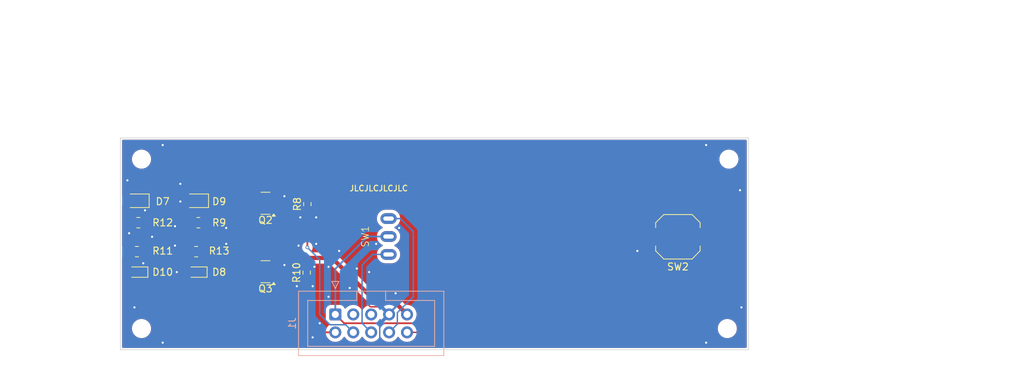
<source format=kicad_pcb>
(kicad_pcb
	(version 20240108)
	(generator "pcbnew")
	(generator_version "8.0")
	(general
		(thickness 1.6)
		(legacy_teardrops no)
	)
	(paper "A4")
	(layers
		(0 "F.Cu" signal)
		(31 "B.Cu" signal)
		(34 "B.Paste" user)
		(35 "F.Paste" user)
		(36 "B.SilkS" user "B.Silkscreen")
		(37 "F.SilkS" user "F.Silkscreen")
		(38 "B.Mask" user)
		(39 "F.Mask" user)
		(44 "Edge.Cuts" user)
		(45 "Margin" user)
		(46 "B.CrtYd" user "B.Courtyard")
		(47 "F.CrtYd" user "F.Courtyard")
		(48 "B.Fab" user)
		(49 "F.Fab" user)
	)
	(setup
		(stackup
			(layer "F.SilkS"
				(type "Top Silk Screen")
				(color "White")
			)
			(layer "F.Paste"
				(type "Top Solder Paste")
			)
			(layer "F.Mask"
				(type "Top Solder Mask")
				(color "Black")
				(thickness 0.01)
			)
			(layer "F.Cu"
				(type "copper")
				(thickness 0.035)
			)
			(layer "dielectric 1"
				(type "core")
				(thickness 1.51)
				(material "FR4")
				(epsilon_r 4.5)
				(loss_tangent 0.02)
			)
			(layer "B.Cu"
				(type "copper")
				(thickness 0.035)
			)
			(layer "B.Mask"
				(type "Bottom Solder Mask")
				(color "Black")
				(thickness 0.01)
			)
			(layer "B.Paste"
				(type "Bottom Solder Paste")
			)
			(layer "B.SilkS"
				(type "Bottom Silk Screen")
				(color "White")
			)
			(copper_finish "None")
			(dielectric_constraints yes)
		)
		(pad_to_mask_clearance 0)
		(allow_soldermask_bridges_in_footprints no)
		(pcbplotparams
			(layerselection 0x00010fc_ffffffff)
			(plot_on_all_layers_selection 0x0000000_00000000)
			(disableapertmacros no)
			(usegerberextensions no)
			(usegerberattributes yes)
			(usegerberadvancedattributes yes)
			(creategerberjobfile yes)
			(dashed_line_dash_ratio 12.000000)
			(dashed_line_gap_ratio 3.000000)
			(svgprecision 4)
			(plotframeref no)
			(viasonmask no)
			(mode 1)
			(useauxorigin no)
			(hpglpennumber 1)
			(hpglpenspeed 20)
			(hpglpendiameter 15.000000)
			(pdf_front_fp_property_popups yes)
			(pdf_back_fp_property_popups yes)
			(dxfpolygonmode yes)
			(dxfimperialunits yes)
			(dxfusepcbnewfont yes)
			(psnegative no)
			(psa4output no)
			(plotreference yes)
			(plotvalue yes)
			(plotfptext yes)
			(plotinvisibletext no)
			(sketchpadsonfab no)
			(subtractmaskfromsilk no)
			(outputformat 1)
			(mirror no)
			(drillshape 0)
			(scaleselection 1)
			(outputdirectory "manufacturing/")
		)
	)
	(net 0 "")
	(net 1 "Net-(D8-A)")
	(net 2 "Net-(D9-A)")
	(net 3 "Net-(D7-K)")
	(net 4 "Net-(D7-A)")
	(net 5 "Net-(D10-A)")
	(net 6 "Net-(D10-K)")
	(net 7 "+3V3")
	(net 8 "/Open")
	(net 9 "unconnected-(J1-Pin_3-Pad3)")
	(net 10 "/Fault")
	(net 11 "unconnected-(J1-Pin_5-Pad5)")
	(net 12 "/Unlock")
	(net 13 "GND")
	(net 14 "/Lock")
	(net 15 "VBUS")
	(net 16 "/Video")
	(footprint "Package_TO_SOT_SMD:SOT-23" (layer "F.Cu") (at 117.5625 122.95 180))
	(footprint "Resistor_SMD:R_0805_2012Metric" (layer "F.Cu") (at 107.75 120.1 180))
	(footprint "MountingHole:MountingHole_2.2mm_M2" (layer "F.Cu") (at 183.225 107))
	(footprint "Resistor_SMD:R_0603_1608Metric" (layer "F.Cu") (at 123.5 113.375 90))
	(footprint "NiasStuff:SW_SPDT_YUEN-FUNG_ST-0-103-A01-T000-RS" (layer "F.Cu") (at 135 117.96 90))
	(footprint "Resistor_SMD:R_0603_1608Metric" (layer "F.Cu") (at 123.4 123.075 90))
	(footprint "Resistor_SMD:R_0805_2012Metric" (layer "F.Cu") (at 99.55 116 180))
	(footprint "MountingHole:MountingHole_2.2mm_M2" (layer "F.Cu") (at 100 107))
	(footprint "LED_SMD:LED_0805_2012Metric" (layer "F.Cu") (at 107.8125 112.9 180))
	(footprint "Resistor_SMD:R_0805_2012Metric" (layer "F.Cu") (at 108.05 116 180))
	(footprint "MountingHole:MountingHole_2.2mm_M2" (layer "F.Cu") (at 183 131))
	(footprint "LED_SMD:LED_0603_1608Metric" (layer "F.Cu") (at 107.8125 123 180))
	(footprint "Package_TO_SOT_SMD:SOT-23" (layer "F.Cu") (at 117.5625 113.25 180))
	(footprint "LED_SMD:LED_0603_1608Metric" (layer "F.Cu") (at 99.4125 123 180))
	(footprint "LED_SMD:LED_0805_2012Metric" (layer "F.Cu") (at 99.4 112.9 180))
	(footprint "Resistor_SMD:R_0805_2012Metric" (layer "F.Cu") (at 99.35 120.1 180))
	(footprint "Button_Switch_SMD:SW_Push_1TS009xxxx-xxxx-xxxx_6x6x5mm" (layer "F.Cu") (at 176 118 180))
	(footprint "MountingHole:MountingHole_2.2mm_M2" (layer "F.Cu") (at 100 131))
	(footprint "Connector_IDC:IDC-Header_2x05_P2.54mm_Vertical" (layer "B.Cu") (at 127.46 129 -90))
	(gr_line
		(start 186 104)
		(end 97 104)
		(stroke
			(width 0.1)
			(type default)
		)
		(layer "Edge.Cuts")
		(uuid "7a9866a1-3228-490b-89f0-29093fdc781f")
	)
	(gr_line
		(start 97 134)
		(end 186 134)
		(stroke
			(width 0.1)
			(type default)
		)
		(layer "Edge.Cuts")
		(uuid "9c54061d-b9db-4889-8a37-0f704138ae69")
	)
	(gr_line
		(start 97 104)
		(end 97 134)
		(stroke
			(width 0.1)
			(type default)
		)
		(layer "Edge.Cuts")
		(uuid "ba37840a-a9e0-4563-8e1c-6a28be96d871")
	)
	(gr_line
		(start 186 134)
		(end 186 104)
		(stroke
			(width 0.1)
			(type default)
		)
		(layer "Edge.Cuts")
		(uuid "bff93b9d-361e-4dc7-ab31-a2b74374b39c")
	)
	(gr_line
		(start 94.5 127.3)
		(end 94.5 118.2)
		(locked yes)
		(stroke
			(width 0.1)
			(type default)
		)
		(layer "F.Fab")
		(uuid "01f473ab-ae33-4893-a05b-0b6e912e51f3")
	)
	(gr_line
		(start 112.8 127.3)
		(end 94.5 127.3)
		(locked yes)
		(stroke
			(width 0.1)
			(type default)
		)
		(layer "F.Fab")
		(uuid "10ec0bed-7d0f-456f-8e05-181ac4def540")
	)
	(gr_line
		(start 112.8 117.6)
		(end 112.8 108.4)
		(locked yes)
		(stroke
			(width 0.1)
			(type default)
		)
		(layer "F.Fab")
		(uuid "11fb41da-818f-490a-b175-aac96680193b")
	)
	(gr_line
		(start 80 84.5)
		(end 80 140)
		(stroke
			(width 0.1)
			(type default)
		)
		(layer "F.Fab")
		(uuid "52e32d62-ae8b-4a27-97cf-81a36c237b9d")
	)
	(gr_line
		(start 112.8 108.4)
		(end 94.5 108.4)
		(locked yes)
		(stroke
			(width 0.1)
			(type default)
		)
		(layer "F.Fab")
		(uuid "6fd1228f-7804-4e32-82eb-e1718a5e9268")
	)
	(gr_line
		(start 94.5 118.2)
		(end 112.8 118.2)
		(locked yes)
		(stroke
			(width 0.1)
			(type default)
		)
		(layer "F.Fab")
		(uuid "7971d004-98b5-4778-8e8b-99aae17d396a")
	)
	(gr_line
		(start 225 84.5)
		(end 80 84.5)
		(stroke
			(width 0.1)
			(type default)
		)
		(layer "F.Fab")
		(uuid "7abcf492-68fd-4a40-a66e-0e895ac81b1f")
	)
	(gr_line
		(start 225 140)
		(end 225 84.5)
		(stroke
			(width 0.1)
			(type default)
		)
		(layer "F.Fab")
		(uuid "8b9c7c6b-a001-40d2-a2af-0c149095ab09")
	)
	(gr_line
		(start 112.8 118.2)
		(end 112.8 127.3)
		(locked yes)
		(stroke
			(width 0.1)
			(type default)
		)
		(layer "F.Fab")
		(uuid "a1cc6437-ecfb-4631-b570-5c77a03e57b4")
	)
	(gr_line
		(start 94.5 117.6)
		(end 112.8 117.6)
		(locked yes)
		(stroke
			(width 0.1)
			(type default)
		)
		(layer "F.Fab")
		(uuid "ddc49f83-9eb3-43fc-8af3-233b0d259f60")
	)
	(gr_line
		(start 80 140)
		(end 225 140)
		(stroke
			(width 0.1)
			(type default)
		)
		(layer "F.Fab")
		(uuid "fc2c2adb-d59b-4217-9e53-8981410a0807")
	)
	(gr_line
		(start 94.5 108.4)
		(end 94.5 117.6)
		(locked yes)
		(stroke
			(width 0.1)
			(type default)
		)
		(layer "F.Fab")
		(uuid "fe59d503-9d30-4109-9085-3c85fbc4820a")
	)
	(gr_text "JLCJLCJLCJLC"
		(at 129.4 111.6 0)
		(layer "F.SilkS")
		(uuid "9bcce69a-692e-4f6a-9803-bed61d3d8d7a")
		(effects
			(font
				(size 0.8 0.8)
				(thickness 0.15)
			)
			(justify left bottom)
		)
	)
	(segment
		(start 107.025 122.025)
		(end 106.8 121.8)
		(width 0.6)
		(layer "F.Cu")
		(net 1)
		(uuid "54d51afb-13fa-4b6e-998c-480e3d309cf6")
	)
	(segment
		(start 107.025 123)
		(end 107.025 122.025)
		(width 0.6)
		(layer "F.Cu")
		(net 1)
		(uuid "ab0fb58e-d4db-41e2-98f4-20f9cdc7b67f")
	)
	(segment
		(start 106.8 121.8)
		(end 106.8 120.1)
		(width 0.6)
		(layer "F.Cu")
		(net 1)
		(uuid "f488ea4f-2d8e-41c7-b418-771956deff9c")
	)
	(segment
		(start 107.1 112.975)
		(end 107.025 112.9)
		(width 0.6)
		(layer "F.Cu")
		(net 2)
		(uuid "8c54c2df-a811-4bda-bed9-a7396058977d")
	)
	(segment
		(start 107.1 114.85)
		(end 106.875 114.625)
		(width 0.6)
		(layer "F.Cu")
		(net 2)
		(uuid "a69c7b4c-4301-4d22-b258-3d7cb950a23f")
	)
	(segment
		(start 107.1 116)
		(end 107.1 114.85)
		(width 0.6)
		(layer "F.Cu")
		(net 2)
		(uuid "d5f878d3-d924-4104-8c1e-20796adba624")
	)
	(segment
		(start 106.875 114.625)
		(end 106.875 112.9)
		(width 0.6)
		(layer "F.Cu")
		(net 2)
		(uuid "f48be27f-16f4-4a7f-a13d-bebb598e6e4b")
	)
	(segment
		(start 111.65 112.9)
		(end 108.6 112.9)
		(width 0.6)
		(layer "F.Cu")
		(net 3)
		(uuid "15d5c3eb-5fc2-4e15-8602-99055dbed3ce")
	)
	(segment
		(start 108.5 111.5)
		(end 108.75 111.75)
		(width 0.6)
		(layer "F.Cu")
		(net 3)
		(uuid "4acf8517-9418-427e-a7a5-a1c88d92d3e3")
	)
	(segment
		(start 100.75 111.5)
		(end 108.5 111.5)
		(width 0.6)
		(layer "F.Cu")
		(net 3)
		(uuid "728dff94-74dd-41cf-a14e-4fd42d39025b")
	)
	(segment
		(start 100.3375 112.9)
		(end 100.3375 111.9125)
		(width 0.6)
		(layer "F.Cu")
		(net 3)
		(uuid "7a4792fd-ce87-4832-ad80-49d270329a36")
	)
	(segment
		(start 112 113.25)
		(end 111.65 112.9)
		(width 0.6)
		(layer "F.Cu")
		(net 3)
		(uuid "7f9212bb-d860-414a-a7a4-d56cf0096bea")
	)
	(segment
		(start 108.75 111.75)
		(end 108.75 112.9)
		(width 0.6)
		(layer "F.Cu")
		(net 3)
		(uuid "c20e5496-418b-42cd-92b5-f4ee2c0701f0")
	)
	(segment
		(start 116.425 113.25)
		(end 112 113.25)
		(width 0.6)
		(layer "F.Cu")
		(net 3)
		(uuid "cd5bf8d0-11d1-490f-9cb3-a5e7b4f82472")
	)
	(segment
		(start 100.3375 111.9125)
		(end 100.75 111.5)
		(width 0.6)
		(layer "F.Cu")
		(net 3)
		(uuid "e783b2fe-8afb-4788-8556-720a1e8f5099")
	)
	(segment
		(start 98.4625 114.7125)
		(end 98.4625 112.9)
		(width 0.6)
		(layer "F.Cu")
		(net 4)
		(uuid "13a5485a-6539-428d-806b-ea13810bd4ec")
	)
	(segment
		(start 98.6 114.85)
		(end 98.4625 114.7125)
		(width 0.6)
		(layer "F.Cu")
		(net 4)
		(uuid "5136c3ca-a7da-452a-bad3-1a013c85a837")
	)
	(segment
		(start 98.6 112.9125)
		(end 98.6125 112.9)
		(width 0.6)
		(layer "F.Cu")
		(net 4)
		(uuid "5b828790-9c81-4af7-86d2-4c3565edf14d")
	)
	(segment
		(start 98.6 116)
		(end 98.6 114.85)
		(width 0.6)
		(layer "F.Cu")
		(net 4)
		(uuid "82e9099b-aa85-4a9b-a08d-7274cba11b16")
	)
	(segment
		(start 98.625 121.875)
		(end 98.4 121.65)
		(width 0.6)
		(layer "F.Cu")
		(net 5)
		(uuid "0652d381-bed5-4808-b811-b6f4670a91a2")
	)
	(segment
		(start 98.625 123)
		(end 98.625 121.875)
		(width 0.6)
		(layer "F.Cu")
		(net 5)
		(uuid "4f733506-bc02-4e48-ba38-3099d2c5f036")
	)
	(segment
		(start 98.4 121.65)
		(end 98.4 120.1)
		(width 0.6)
		(layer "F.Cu")
		(net 5)
		(uuid "96f2de27-a666-42a1-a061-ffc7ae8275d9")
	)
	(segment
		(start 108 124.25)
		(end 100.75 124.25)
		(width 0.6)
		(layer "F.Cu")
		(net 6)
		(uuid "061d4227-841b-4ee8-8028-c3a8fa6b0183")
	)
	(segment
		(start 100.2 123.7)
		(end 100.2 123)
		(width 0.6)
		(layer "F.Cu")
		(net 6)
		(uuid "1a003e4b-51b4-403d-8cc9-7a7187c0d823")
	)
	(segment
		(start 108.6 123.65)
		(end 108 124.25)
		(width 0.6)
		(layer "F.Cu")
		(net 6)
		(uuid "33f82c39-b53c-4204-be2c-78ce56c77386")
	)
	(segment
		(start 116.425 122.95)
		(end 108.65 122.95)
		(width 0.6)
		(layer "F.Cu")
		(net 6)
		(uuid "516de3fa-23b7-4a17-8cdb-23413d5f508e")
	)
	(segment
		(start 108.6 123)
		(end 108.6 123.65)
		(width 0.6)
		(layer "F.Cu")
		(net 6)
		(uuid "669bf05a-e7d4-486c-9350-d977a9f27a87")
	)
	(segment
		(start 100.75 124.25)
		(end 100.2 123.7)
		(width 0.6)
		(layer "F.Cu")
		(net 6)
		(uuid "9029083e-8894-4f27-9ce6-cce6d9b9ba9d")
	)
	(segment
		(start 108.65 122.95)
		(end 108.6 123)
		(width 0.6)
		(layer "F.Cu")
		(net 6)
		(uuid "ca2aee9a-1a9c-4cf5-acd7-6db91228f083")
	)
	(segment
		(start 128.71 130.25)
		(end 127.46 129)
		(width 0.25)
		(layer "F.Cu")
		(net 7)
		(uuid "3f4135a6-537f-4e6f-bcb3-5cb79a6283f3")
	)
	(segment
		(start 173 122)
		(end 164.75 130.25)
		(width 0.25)
		(layer "F.Cu")
		(net 7)
		(uuid "4aea0fca-dd3a-4c6d-a5c0-1cf5b4dc91b9")
	)
	(segment
		(start 164.75 130.25)
		(end 128.71 130.25)
		(width 0.25)
		(layer "F.Cu")
		(net 7)
		(uuid "531b0b2b-3cb3-4b31-b003-d7d5d09e90eb")
	)
	(segment
		(start 173 118)
		(end 173 122)
		(width 0.25)
		(layer "F.Cu")
		(net 7)
		(uuid "bb3363a8-9a05-4879-85e3-14667789f84d")
	)
	(segment
		(start 127.46 129)
		(end 127.46 122.54)
		(width 0.25)
		(layer "B.Cu")
		(net 7)
		(uuid "8fac3468-e376-4742-8554-1072fd3103d9")
	)
	(segment
		(start 127.46 122.54)
		(end 132.04 117.96)
		(width 0.25)
		(layer "B.Cu")
		(net 7)
		(uuid "b9dc9103-a9a8-4166-98b9-45afad94a418")
	)
	(segment
		(start 132.04 117.96)
		(end 135 117.96)
		(width 0.25)
		(layer "B.Cu")
		(net 7)
		(uuid "edf601da-22e8-400a-a8e5-3a1c33c865cb")
	)
	(segment
		(start 123.5 119.5)
		(end 123.5 114.2)
		(width 0.25)
		(layer "F.Cu")
		(net 8)
		(uuid "c612ce0d-e727-4bf2-97fb-0fa6680ff89c")
	)
	(segment
		(start 123.5 114.2)
		(end 118.7 114.2)
		(width 0.25)
		(layer "F.Cu")
		(net 8)
		(uuid "f7326d73-d2b3-459f-a2a8-2f4af2601d35")
	)
	(via
		(at 123.5 119.5)
		(size 0.5)
		(drill 0.3)
		(layers "F.Cu" "B.Cu")
		(net 8)
		(uuid "93a93fe9-bce7-4ab1-b206-c3355e633cf6")
	)
	(segment
		(start 126.713 130.463)
		(end 128.923 130.463)
		(width 0.2)
		(layer "B.Cu")
		(net 8)
		(uuid "0ff55158-1945-4e96-9aff-0dd038953d9b")
	)
	(segment
		(start 125.25 121.25)
		(end 125.25 129)
		(width 0.2)
		(layer "B.Cu")
		(net 8)
		(uuid "144f8476-ab73-41c9-aedc-a38656e6bf38")
	)
	(segment
		(start 128.923 130.463)
		(end 130 131.54)
		(width 0.2)
		(layer "B.Cu")
		(net 8)
		(uuid "b5db4c53-fc18-44c8-9655-53d65d0b45e2")
	)
	(segment
		(start 123.5 119.5)
		(end 125.25 121.25)
		(width 0.2)
		(layer "B.Cu")
		(net 8)
		(uuid "c8590dab-4f86-4ed7-b952-6bfcdb4152bb")
	)
	(segment
		(start 125.25 129)
		(end 126.713 130.463)
		(width 0.2)
		(layer "B.Cu")
		(net 8)
		(uuid "e2dd1105-4bb2-4e18-b3cc-318006f9e6ad")
	)
	(segment
		(start 125.04 131.54)
		(end 123.4 129.9)
		(width 0.25)
		(layer "F.Cu")
		(net 10)
		(uuid "3500a81b-e414-4ed4-b3af-bda6a6bba304")
	)
	(segment
		(start 123.4 123.9)
		(end 118.7 123.9)
		(width 0.25)
		(layer "F.Cu")
		(net 10)
		(uuid "3983cbb3-c1e3-481a-a044-42a05c5b2095")
	)
	(segment
		(start 127.46 131.54)
		(end 125.04 131.54)
		(width 0.25)
		(layer "F.Cu")
		(net 10)
		(uuid "6fef34db-09e0-448a-b729-486ab29c0866")
	)
	(segment
		(start 123.4 129.9)
		(end 123.4 123.9)
		(width 0.25)
		(layer "F.Cu")
		(net 10)
		(uuid "76dd7baf-758b-4ddb-aa86-bf6ac86e02ff")
	)
	(segment
		(start 131.25 122)
		(end 131.25 130.25)
		(width 0.2)
		(layer "B.Cu")
		(net 12)
		(uuid "4ec81029-e542-4247-97c1-ae74d78e9b65")
	)
	(segment
		(start 131.25 130.25)
		(end 132.54 131.54)
		(width 0.2)
		(layer "B.Cu")
		(net 12)
		(uuid "703cb4fc-ee5c-4e15-aadd-17ded8237f42")
	)
	(segment
		(start 135 120.5)
		(end 132.75 120.5)
		(width 0.2)
		(layer "B.Cu")
		(net 12)
		(uuid "aadc92cf-4bdf-4b82-aaad-60ce819648e0")
	)
	(segment
		(start 132.75 120.5)
		(end 131.25 122)
		(width 0.2)
		(layer "B.Cu")
		(net 12)
		(uuid "acbcdfb6-5817-42bc-9776-c95ef874ddd9")
	)
	(segment
		(start 134.003 127.923)
		(end 132.423 127.923)
		(width 0.2)
		(layer "F.Cu")
		(net 13)
		(uuid "85fb0d65-c4a5-462e-b69b-79998d5e8508")
	)
	(segment
		(start 135.08 129)
		(end 134.003 127.923)
		(width 0.2)
		(layer "F.Cu")
		(net 13)
		(uuid "c1557758-f467-4d85-b806-245b3bfb7c11")
	)
	(segment
		(start 132.423 127.923)
		(end 132 127.5)
		(width 0.2)
		(layer "F.Cu")
		(net 13)
		(uuid "e7746ef0-b698-40ba-aa99-57808eaed6d8")
	)
	(via
		(at 120.25 122)
		(size 0.5)
		(drill 0.3)
		(layers "F.Cu" "B.Cu")
		(free yes)
		(net 13)
		(uuid "012af38f-eac8-4b06-8b3f-575600d3c6cb")
	)
	(via
		(at 112 119)
		(size 0.5)
		(drill 0.3)
		(layers "F.Cu" "B.Cu")
		(free yes)
		(net 13)
		(uuid "070fc44b-3652-4de9-abc8-d2672ef4f657")
	)
	(via
		(at 100.25 121.75)
		(size 0.5)
		(drill 0.3)
		(layers "F.Cu" "B.Cu")
		(free yes)
		(net 13)
		(uuid "20bb90ca-f86b-4f99-b388-1278fec0b635")
	)
	(via
		(at 103 133)
		(size 0.5)
		(drill 0.3)
		(layers "F.Cu" "B.Cu")
		(free yes)
		(net 13)
		(uuid "32730bd7-64d2-4504-9143-f54932180642")
	)
	(via
		(at 170.25 120)
		(size 0.5)
		(drill 0.3)
		(layers "F.Cu" "B.Cu")
		(free yes)
		(net 13)
		(uuid "34983657-e975-4310-9dd6-f10c68b2bcdb")
	)
	(via
		(at 122.5 115.25)
		(size 0.5)
		(drill 0.3)
		(layers "F.Cu" "B.Cu")
		(free yes)
		(net 13)
		(uuid "380e6ad5-a41b-4e35-bd2a-ec9eb293a566")
	)
	(via
		(at 124.25 125)
		(size 0.5)
		(drill 0.3)
		(layers "F.Cu" "B.Cu")
		(free yes)
		(net 13)
		(uuid "3d022262-bde6-4cc0-8543-70ea9869a1cc")
	)
	(via
		(at 180 133)
		(size 0.5)
		(drill 0.3)
		(layers "F.Cu" "B.Cu")
		(free yes)
		(net 13)
		(uuid "3eae38a5-2f8d-4a4d-8453-291319ec09b2")
	)
	(via
		(at 98.25 117.5)
		(size 0.5)
		(drill 0.3)
		(layers "F.Cu" "B.Cu")
		(free yes)
		(net 13)
		(uuid "49147d0e-072b-4ead-b96b-d5cab12160f8")
	)
	(via
		(at 105 123)
		(size 0.5)
		(drill 0.3)
		(layers "F.Cu" "B.Cu")
		(free yes)
		(net 13)
		(uuid "57481e91-8c10-4470-aa6e-ecb3b532c3e4")
	)
	(via
		(at 105.5 110.5)
		(size 0.5)
		(drill 0.3)
		(layers "F.Cu" "B.Cu")
		(free yes)
		(net 13)
		(uuid "5c10749b-b67f-4808-ab11-5077228a3660")
	)
	(via
		(at 122.25 119.25)
		(size 0.5)
		(drill 0.3)
		(layers "F.Cu" "B.Cu")
		(free yes)
		(net 13)
		(uuid "617a52f4-7e83-4dfb-a4a5-733e363a4cd1")
	)
	(via
		(at 103 105)
		(size 0.5)
		(drill 0.3)
		(layers "F.Cu" "B.Cu")
		(free yes)
		(net 13)
		(uuid "673a3999-d5f7-4913-a95e-90f269d60329")
	)
	(via
		(at 180 105)
		(size 0.5)
		(drill 0.3)
		(layers "F.Cu" "B.Cu")
		(free yes)
		(net 13)
		(uuid "68ab4ba5-dd82-4c05-ae01-82647daf30b1")
	)
	(via
		(at 112 116.75)
		(size 0.5)
		(drill 0.3)
		(layers "F.Cu" "B.Cu")
		(free yes)
		(net 13)
		(uuid "6a0afda9-b094-4f9c-bd10-d2a78f7db28b")
	)
	(via
		(at 136.5 116.75)
		(size 0.5)
		(drill 0.3)
		(layers "F.Cu" "B.Cu")
		(free yes)
		(net 13)
		(uuid "6a2bbc58-5214-463b-ac8c-3792dc2a019f")
	)
	(via
		(at 125.25 130.25)
		(size 0.5)
		(drill 0.3)
		(layers "F.Cu" "B.Cu")
		(free yes)
		(net 13)
		(uuid "7e9d763c-f2fa-4e54-b4c8-fe1efde868e6")
	)
	(via
		(at 132.25 123)
		(size 0.5)
		(drill 0.3)
		(layers "F.Cu" "B.Cu")
		(free yes)
		(net 13)
		(uuid "85956bb6-da12-4459-95fd-ce4dff29bfa8")
	)
	(via
		(at 104.75 116.5)
		(size 0.5)
		(drill 0.3)
		(layers "F.Cu" "B.Cu")
		(free yes)
		(net 13)
		(uuid "95cb5151-bcc8-4960-b9c8-3de79803748c")
	)
	(via
		(at 100.5 114.25)
		(size 0.5)
		(drill 0.3)
		(layers "F.Cu" "B.Cu")
		(free yes)
		(net 13)
		(uuid "9d4e8cec-96b7-4f5e-81e5-1996281b1a63")
	)
	(via
		(at 105.5 113)
		(size 0.5)
		(drill 0.3)
		(layers "F.Cu" "B.Cu")
		(free yes)
		(net 13)
		(uuid "9e0a15ef-bda7-4cb0-9a3e-32d8aa99a85b")
	)
	(via
		(at 101.5 118)
		(size 0.5)
		(drill 0.3)
		(layers "F.Cu" "B.Cu")
		(free yes)
		(net 13)
		(uuid "9ed04203-5979-476f-b1b8-faf8c60432ad")
	)
	(via
		(at 185 128)
		(size 0.5)
		(drill 0.3)
		(layers "F.Cu" "B.Cu")
		(free yes)
		(net 13)
		(uuid "a5c7fa3e-e0d5-411e-99a6-6008f979d389")
	)
	(via
		(at 126.5 126.5)
		(size 0.5)
		(drill 0.3)
		(layers "F.Cu" "B.Cu")
		(free yes)
		(net 13)
		(uuid "aeefd01c-33a5-430e-b2a6-7da72396116d")
	)
	(via
		(at 120.25 112.25)
		(size 0.5)
		(drill 0.3)
		(layers "F.Cu" "B.Cu")
		(free yes)
		(net 13)
		(uuid "af95f3e8-f37e-4ac1-9c81-c3a069f1ae1d")
	)
	(via
		(at 124.5 122.25)
		(size 0.5)
		(drill 0.3)
		(layers "F.Cu" "B.Cu")
		(free yes)
		(net 13)
		(uuid "b266b905-f401-4642-bf54-210e86691067")
	)
	(via
		(at 136 126)
		(size 0.5)
		(drill 0.3)
		(layers "F.Cu" "B.Cu")
		(free yes)
		(net 13)
		(uuid "b38e6655-118d-4b51-84c7-69cea1c6c7af")
	)
	(via
		(at 129.5 125.25)
		(size 0.5)
		(drill 0.3)
		(layers "F.Cu" "B.Cu")
		(free yes)
		(net 13)
		(uuid "b4947fe0-11be-473a-b7f7-e2fb7ce0886b")
	)
	(via
		(at 104.75 119.25)
		(size 0.5)
		(drill 0.3)
		(layers "F.Cu" "B.Cu")
		(free yes)
		(net 13)
		(uuid "b838bf38-7058-49cc-bfcb-aa3bd3653c4c")
	)
	(via
		(at 126.5 122.25)
		(size 0.5)
		(drill 0.3)
		(layers "F.Cu" "B.Cu")
		(free yes)
		(net 13)
		(uuid "bc55c013-0ba4-4a0f-a677-e4b047e79ec3")
	)
	(via
		(at 133.25 119)
		(size 0.5)
		(drill 0.3)
		(layers "F.Cu" "B.Cu")
		(free yes)
		(net 13)
		(uuid "c3a32836-7c17-4344-955e-9fe42de31c86")
	)
	(via
		(at 124.25 132.25)
		(size 0.5)
		(drill 0.3)
		(layers "F.Cu" "B.Cu")
		(free yes)
		(net 13)
		(uuid "d02fab80-7c08-4f2e-9930-90560ec95847")
	)
	(via
		(at 99 128)
		(size 0.5)
		(drill 0.3)
		(layers "F.Cu" "B.Cu")
		(free yes)
		(net 13)
		(uuid "d32fe9bc-5392-4d00-a956-1f476c53a50d")
	)
	(via
		(at 128 120)
		(size 0.5)
		(drill 0.3)
		(layers "F.Cu" "B.Cu")
		(free yes)
		(net 13)
		(uuid "d86fa749-9f1f-4751-9b92-3cab713aa920")
	)
	(via
		(at 124.75 119)
		(size 0.5)
		(drill 0.3)
		(layers "F.Cu" "B.Cu")
		(free yes)
		(net 13)
		(uuid "dd12c5fa-7946-473a-99e7-0a178c2baf4d")
	)
	(via
		(at 122 125)
		(size 0.5)
		(drill 0.3)
		(layers "F.Cu" "B.Cu")
		(free yes)
		(net 13)
		(uuid "e6a6e89b-93d2-4bfc-8c7e-c251ad706a30")
	)
	(via
		(at 98 110)
		(size 0.5)
		(drill 0.3)
		(layers "F.Cu" "B.Cu")
		(free yes)
		(net 13)
		(uuid "e9fb1a45-5d36-418f-b593-af5702f466a7")
	)
	(via
		(at 124.75 115.25)
		(size 0.5)
		(drill 0.3)
		(layers "F.Cu" "B.Cu")
		(free yes)
		(net 13)
		(uuid "ee5ca7ae-7440-4928-bf24-c235c18dc531")
	)
	(via
		(at 130.5 122.5)
		(size 0.5)
		(drill 0.3)
		(layers "F.Cu" "B.Cu")
		(free yes)
		(net 13)
		(uuid "ef975703-a337-4a73-ad66-f9d36da5fb1f")
	)
	(via
		(at 184.8 111.4)
		(size 0.5)
		(drill 0.3)
		(layers "F.Cu" "B.Cu")
		(free yes)
		(net 13)
		(uuid "fa4676c1-2115-4800-b7a0-9e6b70b37b46")
	)
	(segment
		(start 133.75 130.33)
		(end 133.75 133)
		(width 0.2)
		(layer "B.Cu")
		(net 13)
		(uuid "2a36f616-b2a6-4390-bf61-319af9ccfb4b")
	)
	(segment
		(start 135.08 129)
		(end 133.75 130.33)
		(width 0.2)
		(layer "B.Cu")
		(net 13)
		(uuid "307d47b1-d007-498b-97ae-ee0c7861e3e2")
	)
	(segment
		(start 138.5 117.25)
		(end 138.5 126.5)
		(width 0.2)
		(layer "B.Cu")
		(net 14)
		(uuid "0cf9991b-12e2-4482-a22b-dec13cc8f8b1")
	)
	(segment
		(start 136.67 115.42)
		(end 138.5 117.25)
		(width 0.2)
		(layer "B.Cu")
		(net 14)
		(uuid "14a23752-3ee4-4378-9eeb-d808863e3ccf")
	)
	(segment
		(start 138.5 126.5)
		(end 136.25 128.75)
		(width 0.2)
		(layer "B.Cu")
		(net 14)
		(uuid "4194295c-64c0-4d9b-828f-cfb24f5b3abb")
	)
	(segment
		(start 136.25 130.37)
		(end 135.08 131.54)
		(width 0.2)
		(layer "B.Cu")
		(net 14)
		(uuid "53128306-76d1-4e87-b7f7-c1fc6a74365b")
	)
	(segment
		(start 136.25 128.75)
		(end 136.25 130.37)
		(width 0.2)
		(layer "B.Cu")
		(net 14)
		(uuid "7a5e8bc6-d70d-42ed-88f7-909f841fbfbf")
	)
	(segment
		(start 135 115.42)
		(end 136.67 115.42)
		(width 0.2)
		(layer "B.Cu")
		(net 14)
		(uuid "ec639433-fc26-4eff-82fe-1522d02b5f77")
	)
	(segment
		(start 103.25 117.75)
		(end 103.25 117)
		(width 0.6)
		(layer "F.Cu")
		(net 15)
		(uuid "258be5ce-d72f-44a8-94e3-8b2b4246ee5d")
	)
	(segment
		(start 119 117.75)
		(end 122.25 121)
		(width 0.6)
		(layer "F.Cu")
		(net 15)
		(uuid "329b0235-aae8-4558-816c-2b09a1e18209")
	)
	(segment
		(start 103.25 117)
		(end 102.25 116)
		(width 0.6)
		(layer "F.Cu")
		(net 15)
		(uuid "36c00e3a-0186-4d37-9f45-a081d4b4e156")
	)
	(segment
		(start 100.3 120.1)
		(end 101.9 120.1)
		(width 0.6)
		(layer "F.Cu")
		(net 15)
		(uuid "37a05b1f-e011-4015-a09c-cb228b570464")
	)
	(segment
		(start 127 121)
		(end 133.25 127.25)
		(width 0.6)
		(layer "F.Cu")
		(net 15)
		(uuid "4abc7aa6-e01a-4aa6-8fd5-c1b324a1bec3")
	)
	(segment
		(start 133.25 127.25)
		(end 135.87 127.25)
		(width 0.6)
		(layer "F.Cu")
		(net 15)
		(uuid "737ee060-2140-4af1-835e-117ac752c3d2")
	)
	(segment
		(start 122.25 121)
		(end 127 121)
		(width 0.6)
		(layer "F.Cu")
		(net 15)
		(uuid "78165d2a-b25f-432d-910b-4c08fd3fe206")
	)
	(segment
		(start 108.75 117.75)
		(end 109 117.75)
		(width 0.6)
		(layer "F.Cu")
		(net 15)
		(uuid "799ac55a-9edf-4051-8091-3ca616b82a6a")
	)
	(segment
		(start 109 117.75)
		(end 119 117.75)
		(width 0.6)
		(layer "F.Cu")
		(net 15)
		(uuid "83fb400a-9dcc-49b7-bb81-3d08ff8850f6")
	)
	(segment
		(start 103.25 118.75)
		(end 103.25 117.75)
		(width 0.6)
		(layer "F.Cu")
		(net 15)
		(uuid "9329afa2-9d79-4cdb-ac70-184e0283df71")
	)
	(segment
		(start 108.7 120.1)
		(end 108.7 117.8)
		(width 0.6)
		(layer "F.Cu")
		(net 15)
		(uuid "97d3ef82-5983-4f3f-80dd-c8a35e580310")
	)
	(segment
		(start 135.87 127.25)
		(end 137.62 129)
		(width 0.6)
		(layer "F.Cu")
		(net 15)
		(uuid "af0b6f74-347d-44e2-b8df-d49674771d96")
	)
	(segment
		(start 102.25 116)
		(end 100.5 116)
		(width 0.6)
		(layer "F.Cu")
		(net 15)
		(uuid "c788be2c-dc0f-4654-b5e8-40fa18b45977")
	)
	(segment
		(start 108.7 117.8)
		(end 108.75 117.75)
		(width 0.6)
		(layer "F.Cu")
		(net 15)
		(uuid "c7b8bf5c-3bdf-49f9-a689-db1be8cff23a")
	)
	(segment
		(start 109 116)
		(end 109 117.75)
		(width 0.6)
		(layer "F.Cu")
		(net 15)
		(uuid "ca24411f-a750-4b0d-b163-d71bd2ea823c")
	)
	(segment
		(start 101.9 120.1)
		(end 103.25 118.75)
		(width 0.6)
		(layer "F.Cu")
		(net 15)
		(uuid "e6d02548-ce33-4f2b-bf7e-0b939768334b")
	)
	(segment
		(start 103.25 117.75)
		(end 108.75 117.75)
		(width 0.6)
		(layer "F.Cu")
		(net 15)
		(uuid "f60fc926-11a5-459d-9b4b-adabd38bdbca")
	)
	(segment
		(start 179 118)
		(end 179 121)
		(width 0.25)
		(layer "F.Cu")
		(net 16)
		(uuid "16daf2ba-4b90-4de4-b923-1541657f27e3")
	)
	(segment
		(start 168.46 131.54)
		(end 160.96 131.54)
		(width 0.25)
		(layer "F.Cu")
		(net 16)
		(uuid "6613a614-49f4-4b10-96ce-39ffc14ad980")
	)
	(segment
		(start 179 121)
		(end 168.46 131.54)
		(width 0.25)
		(layer "F.Cu")
		(net 16)
		(uuid "69c30be4-3d04-4a86-b4b7-fcf2d643abf8")
	)
	(segment
		(start 160.96 131.54)
		(end 137.62 131.54)
		(width 0.2)
		(layer "F.Cu")
		(net 16)
		(uuid "eec5f27b-a0a9-48d0-983d-efd90c88d5d0")
	)
	(zone
		(net 13)
		(net_name "GND")
		(layers "F&B.Cu")
		(uuid "6237236d-5378-4c5f-987a-0f343825845f")
		(hatch edge 0.5)
		(connect_pads
			(clearance 0.5)
		)
		(min_thickness 0.25)
		(filled_areas_thickness no)
		(fill yes
			(thermal_gap 0.5)
			(thermal_bridge_width 0.5)
		)
		(polygon
			(pts
				(xy 97 134) (xy 186 134) (xy 186 104) (xy 97 104)
			)
		)
		(filled_polygon
			(layer "F.Cu")
			(pts
				(xy 185.688539 104.274185) (xy 185.734294 104.326989) (xy 185.7455 104.3785) (xy 185.7455 133.6215)
				(xy 185.725815 133.688539) (xy 185.673011 133.734294) (xy 185.6215 133.7455) (xy 97.3785 133.7455)
				(xy 97.311461 133.725815) (xy 97.265706 133.673011) (xy 97.2545 133.6215) (xy 97.2545 130.893399)
				(xy 98.6455 130.893399) (xy 98.6455 131.1066) (xy 98.678853 131.31718) (xy 98.678853 131.317183)
				(xy 98.744734 131.519944) (xy 98.744736 131.519947) (xy 98.841528 131.709913) (xy 98.966846 131.882397)
				(xy 99.117603 132.033154) (xy 99.290087 132.158472) (xy 99.480053 132.255264) (xy 99.480055 132.255265)
				(xy 99.669182 132.316715) (xy 99.682821 132.321147) (xy 99.893399 132.3545) (xy 99.8934 132.3545)
				(xy 100.1066 132.3545) (xy 100.106601 132.3545) (xy 100.317179 132.321147) (xy 100.317182 132.321146)
				(xy 100.317183 132.321146) (xy 100.519944 132.255265) (xy 100.519944 132.255264) (xy 100.519947 132.255264)
				(xy 100.709913 132.158472) (xy 100.882397 132.033154) (xy 101.033154 131.882397) (xy 101.158472 131.709913)
				(xy 101.255264 131.519947) (xy 101.321147 131.317179) (xy 101.3545 131.106601) (xy 101.3545 130.893399)
				(xy 101.321147 130.682821) (xy 101.321146 130.682817) (xy 101.321146 130.682816) (xy 101.255265 130.480055)
				(xy 101.255263 130.480052) (xy 101.209481 130.390198) (xy 101.158472 130.290087) (xy 101.033154 130.117603)
				(xy 100.882397 129.966846) (xy 100.709913 129.841528) (xy 100.519947 129.744736) (xy 100.519944 129.744734)
				(xy 100.317181 129.678853) (xy 100.176793 129.656617) (xy 100.106601 129.6455) (xy 99.893399 129.6455)
				(xy 99.823206 129.656617) (xy 99.682819 129.678853) (xy 99.682816 129.678853) (xy 99.480055 129.744734)
				(xy 99.480052 129.744736) (xy 99.290086 129.841528) (xy 99.117601 129.966847) (xy 98.966847 130.117601)
				(xy 98.841528 130.290086) (xy 98.744736 130.480052) (xy 98.744734 130.480055) (xy 98.678853 130.682816)
				(xy 98.678853 130.682819) (xy 98.6455 130.893399) (xy 97.2545 130.893399) (xy 97.2545 120.923231)
				(xy 97.274185 120.856192) (xy 97.326989 120.810437) (xy 97.396147 120.800493) (xy 97.459703 120.829518)
				(xy 97.485521 120.863725) (xy 97.486395 120.863187) (xy 97.490185 120.869331) (xy 97.490186 120.869334)
				(xy 97.581039 121.016631) (xy 97.5995 121.081727) (xy 97.5995 121.728846) (xy 97.630261 121.883489)
				(xy 97.630264 121.883501) (xy 97.690602 122.029172) (xy 97.690609 122.029185) (xy 97.77821 122.160288)
				(xy 97.778212 122.160291) (xy 97.788178 122.170256) (xy 97.821665 122.231578) (xy 97.8245 122.25794)
				(xy 97.8245 122.281683) (xy 97.806039 122.346779) (xy 97.749954 122.437706) (xy 97.74995 122.437715)
				(xy 97.729311 122.5) (xy 97.697064 122.597315) (xy 97.697064 122.597316) (xy 97.697063 122.597316)
				(xy 97.687 122.695818) (xy 97.687 123.304181) (xy 97.697063 123.402683) (xy 97.74995 123.562284)
				(xy 97.749955 123.562295) (xy 97.838216 123.705387) (xy 97.838219 123.705391) (xy 97.957108 123.82428)
				(xy 97.957112 123.824283) (xy 98.100204 123.912544) (xy 98.100207 123.912545) (xy 98.100213 123.912549)
				(xy 98.259815 123.965436) (xy 98.358326 123.9755) (xy 98.358331 123.9755) (xy 98.891669 123.9755)
				(xy 98.891674 123.9755) (xy 98.990185 123.965436) (xy 99.149787 123.912549) (xy 99.244005 123.854434)
				(xy 99.311394 123.835994) (xy 99.378058 123.856916) (xy 99.422828 123.910557) (xy 99.428205 123.927752)
				(xy 99.428494 123.927665) (xy 99.430264 123.933501) (xy 99.490602 124.079172) (xy 99.490609 124.079185)
				(xy 99.57821 124.210288) (xy 99.578213 124.210292) (xy 100.128211 124.760289) (xy 100.239711 124.871789)
				(xy 100.370821 124.959394) (xy 100.473833 125.002062) (xy 100.516502 125.019737) (xy 100.671152 125.050499)
				(xy 100.671155 125.0505) (xy 100.671157 125.0505) (xy 108.078844 125.0505) (xy 108.078845 125.050499)
				(xy 108.233497 125.019737) (xy 108.379179 124.959394) (xy 108.510289 124.871789) (xy 109.221789 124.160289)
				(xy 109.251586 124.115694) (xy 109.309394 124.029179) (xy 109.369737 123.883497) (xy 109.369739 123.883489)
				(xy 109.376339 123.850309) (xy 109.408724 123.788398) (xy 109.469439 123.753824) (xy 109.497956 123.7505)
				(xy 117.003186 123.7505) (xy 117.003194 123.7505) (xy 117.040069 123.747598) (xy 117.040071 123.747597)
				(xy 117.040073 123.747597) (xy 117.142306 123.717895) (xy 117.197898 123.701744) (xy 117.339365 123.618081)
				(xy 117.339364 123.618081) (xy 117.34608 123.61411) (xy 117.347155 123.615928) (xy 117.402032 123.594381)
				(xy 117.47055 123.608059) (xy 117.520796 123.656609) (xy 117.537 123.717895) (xy 117.537 124.115694)
				(xy 117.537634 124.123762) (xy 117.539901 124.152567) (xy 117.539902 124.152573) (xy 117.585754 124.310393)
				(xy 117.585755 124.310396) (xy 117.669417 124.451862) (xy 117.669423 124.45187) (xy 117.785629 124.568076)
				(xy 117.785633 124.568079) (xy 117.785635 124.568081) (xy 117.927102 124.651744) (xy 117.939934 124.655472)
				(xy 118.084926 124.697597) (xy 118.084929 124.697597) (xy 118.084931 124.697598) (xy 118.121806 124.7005)
				(xy 118.121814 124.7005) (xy 119.278186 124.7005) (xy 119.278194 124.7005) (xy 119.315069 124.697598)
				(xy 119.315071 124.697597) (xy 119.315073 124.697597) (xy 119.356691 124.685505) (xy 119.472898 124.651744)
				(xy 119.614365 124.568081) (xy 119.61437 124.568076) (xy 119.620628 124.561819) (xy 119.681951 124.528334)
				(xy 119.708309 124.5255) (xy 122.50848 124.5255) (xy 122.575519 124.545185) (xy 122.596161 124.561819)
				(xy 122.689811 124.655469) (xy 122.689813 124.65547) (xy 122.689815 124.655472) (xy 122.71465 124.670485)
				(xy 122.761837 124.72201) (xy 122.7745 124.776601) (xy 122.7745 129.961611) (xy 122.798535 130.082444)
				(xy 122.79854 130.082461) (xy 122.845685 130.196281) (xy 122.845687 130.196285) (xy 122.851469 130.204937)
				(xy 122.851472 130.204942) (xy 122.914141 130.298732) (xy 122.914144 130.298736) (xy 123.005586 130.390178)
				(xy 123.005608 130.390198) (xy 124.551016 131.935606) (xy 124.551045 131.935637) (xy 124.641263 132.025855)
				(xy 124.641267 132.025858) (xy 124.743707 132.094307) (xy 124.743711 132.094309) (xy 124.743714 132.094311)
				(xy 124.857548 132.141463) (xy 124.917971 132.153481) (xy 124.978393 132.1655) (xy 124.978394 132.1655)
				(xy 126.184773 132.1655) (xy 126.251812 132.185185) (xy 126.286348 132.218377) (xy 126.4215 132.411395)
				(xy 126.421505 132.411401) (xy 126.588599 132.578495) (xy 126.685384 132.646265) (xy 126.782165 132.714032)
				(xy 126.782167 132.714033) (xy 126.78217 132.714035) (xy 126.996337 132.813903) (xy 127.224592 132.875063)
				(xy 127.412918 132.891539) (xy 127.459999 132.895659) (xy 127.46 132.895659) (xy 127.460001 132.895659)
				(xy 127.499234 132.892226) (xy 127.695408 132.875063) (xy 127.923663 132.813903) (xy 128.13783 132.714035)
				(xy 128.331401 132.578495) (xy 128.498495 132.411401) (xy 128.628425 132.225842) (xy 128.683002 132.182217)
				(xy 128.7525 132.175023) (xy 128.814855 132.206546) (xy 128.831575 132.225842) (xy 128.9615 132.411395)
				(xy 128.961505 132.411401) (xy 129.128599 132.578495) (xy 129.225384 132.646265) (xy 129.322165 132.714032)
				(xy 129.322167 132.714033) (xy 129.32217 132.714035) (xy 129.536337 132.813903) (xy 129.764592 132.875063)
				(xy 129.952918 132.891539) (xy 129.999999 132.895659) (xy 130 132.895659) (xy 130.000001 132.895659)
				(xy 130.039234 132.892226) (xy 130.235408 132.875063) (xy 130.463663 132.813903) (xy 130.67783 132.714035)
				(xy 130.871401 132.578495) (xy 131.038495 132.411401) (xy 131.168425 132.225842) (xy 131.223002 132.182217)
				(xy 131.2925 132.175023) (xy 131.354855 132.206546) (xy 131.371575 132.225842) (xy 131.5015 132.411395)
				(xy 131.501505 132.411401) (xy 131.668599 132.578495) (xy 131.765384 132.646265) (xy 131.862165 132.714032)
				(xy 131.862167 132.714033) (xy 131.86217 132.714035) (xy 132.076337 132.813903) (xy 132.304592 132.875063)
				(xy 132.492918 132.891539) (xy 132.539999 132.895659) (xy 132.54 132.895659) (xy 132.540001 132.895659)
				(xy 132.579234 132.892226) (xy 132.775408 132.875063) (xy 133.003663 132.813903) (xy 133.21783 132.714035)
				(xy 133.411401 132.578495) (xy 133.578495 132.411401) (xy 133.708425 132.225842) (xy 133.763002 132.182217)
				(xy 133.8325 132.175023) (xy 133.894855 132.206546) (xy 133.911575 132.225842) (xy 134.0415 132.411395)
				(xy 134.041505 132.411401) (xy 134.208599 132.578495) (xy 134.305384 132.646265) (xy 134.402165 132.714032)
				(xy 134.402167 132.714033) (xy 134.40217 132.714035) (xy 134.616337 132.813903) (xy 134.844592 132.875063)
				(xy 135.032918 132.891539) (xy 135.079999 132.895659) (xy 135.08 132.895659) (xy 135.080001 132.895659)
				(xy 135.119234 132.892226) (xy 135.315408 132.875063) (xy 135.543663 132.813903) (xy 135.75783 132.714035)
				(xy 135.951401 132.578495) (xy 136.118495 132.411401) (xy 136.248425 132.225842) (xy 136.303002 132.182217)
				(xy 136.3725 132.175023) (xy 136.434855 132.206546) (xy 136.451575 132.225842) (xy 136.5815 132.411395)
				(xy 136.581505 132.411401) (xy 136.748599 132.578495) (xy 136.845384 132.646265) (xy 136.942165 132.714032)
				(xy 136.942167 132.714033) (xy 136.94217 132.714035) (xy 137.156337 132.813903) (xy 137.384592 132.875063)
				(xy 137.572918 132.891539) (xy 137.619999 132.895659) (xy 137.62 132.895659) (xy 137.620001 132.895659)
				(xy 137.659234 132.892226) (xy 137.855408 132.875063) (xy 138.083663 132.813903) (xy 138.29783 132.714035)
				(xy 138.491401 132.578495) (xy 138.658495 132.411401) (xy 138.794035 132.21783) (xy 138.796707 132.212097)
				(xy 138.842878 132.159658) (xy 138.909091 132.1405) (xy 160.760495 132.1405) (xy 160.784686 132.142883)
				(xy 160.898389 132.165499) (xy 160.898393 132.1655) (xy 160.898394 132.1655) (xy 168.521607 132.1655)
				(xy 168.582029 132.153481) (xy 168.642452 132.141463) (xy 168.642455 132.141461) (xy 168.642458 132.141461)
				(xy 168.675787 132.127654) (xy 168.675786 132.127654) (xy 168.675792 132.127652) (xy 168.756286 132.094312)
				(xy 168.807509 132.060084) (xy 168.858733 132.025858) (xy 168.945858 131.938733) (xy 168.945859 131.938731)
				(xy 168.952925 131.931665) (xy 168.952928 131.931661) (xy 169.99119 130.893399) (xy 181.6455 130.893399)
				(xy 181.6455 131.1066) (xy 181.678853 131.31718) (xy 181.678853 131.317183) (xy 181.744734 131.519944)
				(xy 181.744736 131.519947) (xy 181.841528 131.709913) (xy 181.966846 131.882397) (xy 182.117603 132.033154)
				(xy 182.290087 132.158472) (xy 182.480053 132.255264) (xy 182.480055 132.255265) (xy 182.669182 132.316715)
				(xy 182.682821 132.321147) (xy 182.893399 132.3545) (xy 182.8934 132.3545) (xy 183.1066 132.3545)
				(xy 183.106601 132.3545) (xy 183.317179 132.321147) (xy 183.317182 132.321146) (xy 183.317183 132.321146)
				(xy 183.519944 132.255265) (xy 183.519944 132.255264) (xy 183.519947 132.255264) (xy 183.709913 132.158472)
				(xy 183.882397 132.033154) (xy 184.033154 131.882397) (xy 184.158472 131.709913) (xy 184.255264 131.519947)
				(xy 184.321147 131.317179) (xy 184.3545 131.106601) (xy 184.3545 130.893399) (xy 184.321147 130.682821)
				(xy 184.321146 130.682817) (xy 184.321146 130.682816) (xy 184.255265 130.480055) (xy 184.255263 130.480052)
				(xy 184.209481 130.390198) (xy 184.158472 130.290087) (xy 184.033154 130.117603) (xy 183.882397 129.966846)
				(xy 183.709913 129.841528) (xy 183.519947 129.744736) (xy 183.519944 129.744734) (xy 183.317181 129.678853)
				(xy 183.176793 129.656617) (xy 183.106601 129.6455) (xy 182.893399 129.6455) (xy 182.823206 129.656617)
				(xy 182.682819 129.678853) (xy 182.682816 129.678853) (xy 182.480055 129.744734) (xy 182.480052 129.744736)
				(xy 182.290086 129.841528) (xy 182.117601 129.966847) (xy 181.966847 130.117601) (xy 181.841528 130.290086)
				(xy 181.744736 130.480052) (xy 181.744734 130.480055) (xy 181.678853 130.682816) (xy 181.678853 130.682819)
				(xy 181.6455 130.893399) (xy 169.99119 130.893399) (xy 179.398729 121.48586) (xy 179.398733 121.485858)
				(xy 179.485858 121.398733) (xy 179.541402 121.315606) (xy 179.554312 121.296285) (xy 179.601463 121.182451)
				(xy 179.602307 121.178211) (xy 179.6255 121.061606) (xy 179.6255 119.598236) (xy 179.645185 119.531197)
				(xy 179.697989 119.485442) (xy 179.715375 119.479025) (xy 179.873049 119.433909) (xy 180.053407 119.339698)
				(xy 180.211109 119.211109) (xy 180.339698 119.053407) (xy 180.433909 118.873049) (xy 180.489886 118.677418)
				(xy 180.5005 118.558037) (xy 180.500499 117.441964) (xy 180.489886 117.322582) (xy 180.433909 117.126951)
				(xy 180.339698 116.946593) (xy 180.260685 116.849691) (xy 180.211109 116.78889) (xy 180.053409 116.660304)
				(xy 180.05341 116.660304) (xy 180.053407 116.660302) (xy 179.873049 116.566091) (xy 179.873048 116.56609)
				(xy 179.873045 116.566089) (xy 179.755829 116.53255) (xy 179.677418 116.510114) (xy 179.677415 116.510113)
				(xy 179.677413 116.510113) (xy 179.611102 116.504217) (xy 179.558037 116.4995) (xy 179.558032 116.4995)
				(xy 178.441971 116.4995) (xy 178.441965 116.4995) (xy 178.441964 116.499501) (xy 178.430316 116.500536)
				(xy 178.322584 116.510113) (xy 178.126954 116.566089) (xy 178.056683 116.602796) (xy 177.946593 116.660302)
				(xy 177.946591 116.660303) (xy 177.94659 116.660304) (xy 177.78889 116.78889) (xy 177.660304 116.94659)
				(xy 177.660302 116.946593) (xy 177.642714 116.980264) (xy 177.566089 117.126954) (xy 177.510114 117.322583)
				(xy 177.510113 117.322586) (xy 177.4995 117.441966) (xy 177.4995 118.558028) (xy 177.499501 118.558034)
				(xy 177.510113 118.677415) (xy 177.566089 118.873045) (xy 177.56609 118.873048) (xy 177.566091 118.873049)
				(xy 177.660302 119.053407) (xy 177.685939 119.084848) (xy 177.78889 119.211109) (xy 177.852752 119.263181)
				(xy 177.946593 119.339698) (xy 178.126951 119.433909) (xy 178.284614 119.479022) (xy 178.343649 119.516387)
				(xy 178.373113 119.57974) (xy 178.3745 119.598236) (xy 178.3745 120.689548) (xy 178.354815 120.756587)
				(xy 178.338181 120.777229) (xy 168.237229 130.878181) (xy 168.175906 130.911666) (xy 168.149548 130.9145)
				(xy 165.269454 130.9145) (xy 165.202415 130.894815) (xy 165.15666 130.842011) (xy 165.146716 130.772853)
				(xy 165.175741 130.709297) (xy 165.181772 130.702819) (xy 165.201775 130.682816) (xy 165.235858 130.648733)
				(xy 165.235858 130.648731) (xy 165.242925 130.641665) (xy 165.242928 130.641661) (xy 173.398729 122.48586)
				(xy 173.398733 122.485858) (xy 173.485858 122.398733) (xy 173.520572 122.346779) (xy 173.537254 122.321813)
				(xy 173.537256 122.32181) (xy 173.55431 122.296288) (xy 173.554311 122.296286) (xy 173.554312 122.296285)
				(xy 173.594401 122.1995) (xy 173.601463 122.182452) (xy 173.6255 122.061606) (xy 173.6255 119.598236)
				(xy 173.645185 119.531197) (xy 173.697989 119.485442) (xy 173.715375 119.479025) (xy 173.873049 119.433909)
				(xy 174.053407 119.339698) (xy 174.211109 119.211109) (xy 174.339698 119.053407) (xy 174.433909 118.873049)
				(xy 174.489886 118.677418) (xy 174.5005 118.558037) (xy 174.500499 117.441964) (xy 174.489886 117.322582)
				(xy 174.433909 117.126951) (xy 174.339698 116.946593) (xy 174.260685 116.849691) (xy 174.211109 116.78889)
				(xy 174.053409 116.660304) (xy 174.05341 116.660304) (xy 174.053407 116.660302) (xy 173.873049 116.566091)
				(xy 173.873048 116.56609) (xy 173.873045 116.566089) (xy 173.755829 116.53255) (xy 173.677418 116.510114)
				(xy 173.677415 116.510113) (xy 173.677413 116.510113) (xy 173.611102 116.504217) (xy 173.558037 116.4995)
				(xy 173.558032 116.4995) (xy 172.441971 116.4995) (xy 172.441965 116.4995) (xy 172.441964 116.499501)
				(xy 172.430316 116.500536) (xy 172.322584 116.510113) (xy 172.126954 116.566089) (xy 172.056683 116.602796)
				(xy 171.946593 116.660302) (xy 171.946591 116.660303) (xy 171.94659 116.660304) (xy 171.78889 116.78889)
				(xy 171.660304 116.94659) (xy 171.660302 116.946593) (xy 171.642714 116.980264) (xy 171.566089 117.126954)
				(xy 171.510114 117.322583) (xy 171.510113 117.322586) (xy 171.4995 117.441966) (xy 171.4995 118.558028)
				(xy 171.499501 118.558034) (xy 171.510113 118.677415) (xy 171.566089 118.873045) (xy 171.56609 118.873048)
				(xy 171.566091 118.873049) (xy 171.660302 119.053407) (xy 171.685939 119.084848) (xy 171.78889 119.211109)
				(xy 171.852752 119.263181) (xy 171.946593 119.339698) (xy 172.126951 119.433909) (xy 172.284614 119.479022)
				(xy 172.343649 119.516387) (xy 172.373113 119.57974) (xy 172.3745 119.598236) (xy 172.3745 121.689548)
				(xy 172.354815 121.756587) (xy 172.338181 121.777229) (xy 164.527229 129.588181) (xy 164.465906 129.621666)
				(xy 164.439548 129.6245) (xy 139.012407 129.6245) (xy 138.945368 129.604815) (xy 138.899613 129.552011)
				(xy 138.889669 129.482853) (xy 138.892632 129.468407) (xy 138.935878 129.307007) (xy 138.955063 129.235408)
				(xy 138.975659 129) (xy 138.955063 128.764592) (xy 138.893903 128.536337) (xy 138.794035 128.322171)
				(xy 138.788425 128.314158) (xy 138.658494 128.128597) (xy 138.491402 127.961506) (xy 138.491395 127.961501)
				(xy 138.297834 127.825967) (xy 138.29783 127.825965) (xy 138.257777 127.807288) (xy 138.083663 127.726097)
				(xy 138.083659 127.726096) (xy 138.083655 127.726094) (xy 137.855413 127.664938) (xy 137.855403 127.664936)
				(xy 137.620001 127.644341) (xy 137.619998 127.644341) (xy 137.472007 127.657288) (xy 137.403507 127.643521)
				(xy 137.373519 127.621441) (xy 136.380292 126.628213) (xy 136.380288 126.62821) (xy 136.249185 126.540609)
				(xy 136.249172 126.540602) (xy 136.103501 126.480264) (xy 136.103489 126.480261) (xy 135.948845 126.4495)
				(xy 135.948842 126.4495) (xy 133.63294 126.4495) (xy 133.565901 126.429815) (xy 133.545259 126.413181)
				(xy 127.510292 120.378213) (xy 127.510288 120.37821) (xy 127.379185 120.290609) (xy 127.379172 120.290602)
				(xy 127.233501 120.230264) (xy 127.233489 120.230261) (xy 127.078845 120.1995) (xy 127.078842 120.1995)
				(xy 124.161229 120.1995) (xy 124.09419 120.179815) (xy 124.048435 120.127011) (xy 124.038491 120.057853)
				(xy 124.067516 119.994297) (xy 124.073548 119.987819) (xy 124.090477 119.97089) (xy 124.090481 119.970884)
				(xy 124.180452 119.827697) (xy 124.180454 119.827694) (xy 124.180454 119.827692) (xy 124.180456 119.82769)
				(xy 124.236313 119.668059) (xy 124.236313 119.668058) (xy 124.236314 119.668056) (xy 124.255249 119.500002)
				(xy 124.255249 119.499997) (xy 124.236314 119.331943) (xy 124.216117 119.274223) (xy 124.180456 119.17231)
				(xy 124.146502 119.118272) (xy 124.144506 119.115095) (xy 124.1255 119.049123) (xy 124.1255 115.320639)
				(xy 133.3495 115.320639) (xy 133.3495 115.51936) (xy 133.380587 115.715637) (xy 133.441993 115.904629)
				(xy 133.441994 115.904632) (xy 133.532213 116.081694) (xy 133.649019 116.242464) (xy 133.789536 116.382981)
				(xy 133.950306 116.499787) (xy 134.068832 116.560179) (xy 134.10678 116.579515) (xy 134.157576 116.62749)
				(xy 134.174371 116.695311) (xy 134.151833 116.761446) (xy 134.10678 116.800485) (xy 133.950305 116.880213)
				(xy 133.789533 116.997021) (xy 133.649021 117.137533) (xy 133.532213 117.298305) (xy 133.441994 117.475367)
				(xy 133.441993 117.47537) (xy 133.380587 117.664362) (xy 133.3495 117.860639) (xy 133.3495 118.05936)
				(xy 133.380587 118.255637) (xy 133.441993 118.444629) (xy 133.441994 118.444632) (xy 133.514443 118.586819)
				(xy 133.532213 118.621694) (xy 133.649019 118.782464) (xy 133.789536 118.922981) (xy 133.950306 119.039787)
				(xy 134.038743 119.084848) (xy 134.10678 119.119515) (xy 134.157576 119.16749) (xy 134.174371 119.235311)
				(xy 134.151833 119.301446) (xy 134.10678 119.340485) (xy 133.950305 119.420213) (xy 133.789533 119.537021)
				(xy 133.649021 119.677533) (xy 133.532213 119.838305) (xy 133.441994 120.015367) (xy 133.441993 120.01537)
				(xy 133.380587 120.204362) (xy 133.366927 120.290609) (xy 133.3495 120.400639) (xy 133.3495 120.599361)
				(xy 133.349603 120.600009) (xy 133.380587 120.795637) (xy 133.441993 120.984629) (xy 133.441994 120.984632)
				(xy 133.52254 121.14271) (xy 133.532213 121.161694) (xy 133.649019 121.322464) (xy 133.789536 121.462981)
				(xy 133.950306 121.579787) (xy 134.032739 121.621789) (xy 134.127367 121.670005) (xy 134.12737 121.670006)
				(xy 134.221866 121.700709) (xy 134.316364 121.731413) (xy 134.512639 121.7625) (xy 134.51264 121.7625)
				(xy 135.48736 121.7625) (xy 135.487361 121.7625) (xy 135.683636 121.731413) (xy 135.872632 121.670005)
				(xy 136.049694 121.579787) (xy 136.210464 121.462981) (xy 136.350981 121.322464) (xy 136.467787 121.161694)
				(xy 136.558005 120.984632) (xy 136.619413 120.795636) (xy 136.6505 120.599361) (xy 136.6505 120.400639)
				(xy 136.619413 120.204364) (xy 136.558005 120.015368) (xy 136.558005 120.015367) (xy 136.467786 119.838305)
				(xy 136.460074 119.82769) (xy 136.350981 119.677536) (xy 136.210464 119.537019) (xy 136.049694 119.420213)
				(xy 135.893218 119.340484) (xy 135.842423 119.29251) (xy 135.825628 119.224689) (xy 135.848165 119.158554)
				(xy 135.893218 119.119515) (xy 136.049694 119.039787) (xy 136.210464 118.922981) (xy 136.350981 118.782464)
				(xy 136.467787 118.621694) (xy 136.558005 118.444632) (xy 136.619413 118.255636) (xy 136.6505 118.059361)
				(xy 136.6505 117.860639) (xy 136.619413 117.664364) (xy 136.558005 117.475368) (xy 136.558005 117.475367)
				(xy 136.480157 117.322584) (xy 136.467787 117.298306) (xy 136.350981 117.137536) (xy 136.210464 116.997019)
				(xy 136.049694 116.880213) (xy 135.893218 116.800484) (xy 135.842423 116.75251) (xy 135.825628 116.684689)
				(xy 135.848165 116.618554) (xy 135.893218 116.579515) (xy 136.049694 116.499787) (xy 136.210464 116.382981)
				(xy 136.350981 116.242464) (xy 136.467787 116.081694) (xy 136.558005 115.904632) (xy 136.619413 115.715636)
				(xy 136.6505 115.519361) (xy 136.6505 115.320639) (xy 136.619413 115.124364) (xy 136.588709 115.029866)
				(xy 136.558006 114.93537) (xy 136.558005 114.935367) (xy 136.512035 114.845149) (xy 136.467787 114.758306)
				(xy 136.350981 114.597536) (xy 136.210464 114.457019) (xy 136.049694 114.340213) (xy 136.02914 114.32974)
				(xy 135.872632 114.249994) (xy 135.872629 114.249993) (xy 135.683637 114.188587) (xy 135.585498 114.173043)
				(xy 135.487361 114.1575) (xy 134.512639 114.1575) (xy 134.447214 114.167862) (xy 134.316362 114.188587)
				(xy 134.12737 114.249993) (xy 134.127367 114.249994) (xy 133.950305 114.340213) (xy 133.789533 114.457021)
				(xy 133.649021 114.597533) (xy 133.532213 114.758305) (xy 133.441994 114.935367) (xy 133.441993 114.93537)
				(xy 133.380587 115.124362) (xy 133.3495 115.320639) (xy 124.1255 115.320639) (xy 124.1255 115.076601)
				(xy 124.145185 115.009562) (xy 124.185348 114.970485) (xy 124.210185 114.955472) (xy 124.330472 114.835185)
				(xy 124.418478 114.689606) (xy 124.469086 114.527196) (xy 124.4755 114.456616) (xy 124.4755 113.943384)
				(xy 124.469086 113.872804) (xy 124.418478 113.710394) (xy 124.330472 113.564815) (xy 124.33047 113.564813)
				(xy 124.330469 113.564811) (xy 124.227984 113.462326) (xy 124.194499 113.401003) (xy 124.199483 113.331311)
				(xy 124.227985 113.286963) (xy 124.330071 113.184878) (xy 124.330072 113.184877) (xy 124.418019 113.039395)
				(xy 124.46859 112.877106) (xy 124.475 112.806572) (xy 124.475 112.8) (xy 122.525001 112.8) (xy 122.525001 112.806582)
				(xy 122.531408 112.877102) (xy 122.531409 112.877107) (xy 122.581981 113.039396) (xy 122.669927 113.184877)
				(xy 122.772015 113.286965) (xy 122.8055 113.348288) (xy 122.800516 113.41798) (xy 122.772015 113.462327)
				(xy 122.696161 113.538181) (xy 122.634838 113.571666) (xy 122.60848 113.5745) (xy 119.708309 113.5745)
				(xy 119.64127 113.554815) (xy 119.620628 113.538181) (xy 119.61437 113.531923) (xy 119.614362 113.531917)
				(xy 119.472896 113.448255) (xy 119.472893 113.448254) (xy 119.315073 113.402402) (xy 119.315067 113.402401)
				(xy 119.278201 113.3995) (xy 119.278194 113.3995) (xy 118.121806 113.3995) (xy 118.121798 113.3995)
				(xy 118.084932 113.402401) (xy 118.084926 113.402402) (xy 117.927106 113.448254) (xy 117.927103 113.448255)
				(xy 117.77892 113.53589) (xy 117.777845 113.534073) (xy 117.722948 113.55562) (xy 117.654432 113.541931)
				(xy 117.604194 113.493373) (xy 117.588 113.432104) (xy 117.588 113.067257) (xy 117.607685 113.000218)
				(xy 117.660489 112.954463) (xy 117.729647 112.944519) (xy 117.778355 112.965188) (xy 117.779229 112.963712)
				(xy 117.927303 113.051282) (xy 117.927306 113.051283) (xy 118.085004 113.097099) (xy 118.08501 113.0971)
				(xy 118.12185 113.099999) (xy 118.121866 113.1) (xy 118.45 113.1) (xy 118.95 113.1) (xy 119.278134 113.1)
				(xy 119.278149 113.099999) (xy 119.314989 113.0971) (xy 119.314995 113.097099) (xy 119.472693 113.051283)
				(xy 119.472696 113.051282) (xy 119.614052 112.967685) (xy 119.614061 112.967678) (xy 119.730178 112.851561)
				(xy 119.730185 112.851552) (xy 119.813781 112.710198) (xy 119.8596 112.552486) (xy 119.859795 112.550001)
				(xy 119.859795 112.55) (xy 118.95 112.55) (xy 118.95 113.1) (xy 118.45 113.1) (xy 118.45 112.55)
				(xy 117.540204 112.55) (xy 117.51594 112.576248) (xy 117.455979 112.612114) (xy 117.386145 112.609869)
				(xy 117.346487 112.585468) (xy 117.345531 112.586702) (xy 117.339362 112.581917) (xy 117.197896 112.498255)
				(xy 117.197893 112.498254) (xy 117.040073 112.452402) (xy 117.040067 112.452401) (xy 117.003201 112.4495)
				(xy 117.003194 112.4495) (xy 116.503842 112.4495) (xy 112.38294 112.4495) (xy 112.315901 112.429815)
				(xy 112.295263 112.413185) (xy 112.175505 112.293427) (xy 122.525 112.293427) (xy 122.525 112.3)
				(xy 123.25 112.3) (xy 123.75 112.3) (xy 124.474999 112.3) (xy 124.474999 112.293417) (xy 124.468591 112.222897)
				(xy 124.46859 112.222892) (xy 124.418018 112.060603) (xy 124.330072 111.915122) (xy 124.209877 111.794927)
				(xy 124.064395 111.70698) (xy 124.064396 111.70698) (xy 123.902105 111.656409) (xy 123.902106 111.656409)
				(xy 123.831572 111.65) (xy 123.75 111.65) (xy 123.75 112.3) (xy 123.25 112.3) (xy 123.25 111.65)
				(xy 123.249999 111.649999) (xy 123.168417 111.65) (xy 123.097897 111.656408) (xy 123.097892 111.656409)
				(xy 122.935603 111.706981) (xy 122.790122 111.794927) (xy 122.669927 111.915122) (xy 122.58198 112.060604)
				(xy 122.531409 112.222893) (xy 122.525 112.293427) (xy 112.175505 112.293427) (xy 112.160289 112.278211)
				(xy 112.160288 112.27821) (xy 112.160287 112.278209) (xy 112.029185 112.190609) (xy 112.029172 112.190602)
				(xy 111.883501 112.130264) (xy 111.883489 112.130261) (xy 111.728845 112.0995) (xy 111.728842 112.0995)
				(xy 109.72506 112.0995) (xy 109.658021 112.079815) (xy 109.628751 112.049998) (xy 117.540204 112.049998)
				(xy 117.540205 112.05) (xy 118.45 112.05) (xy 118.95 112.05) (xy 119.859795 112.05) (xy 119.859795 112.049998)
				(xy 119.8596 112.047513) (xy 119.813781 111.889801) (xy 119.730185 111.748447) (xy 119.730178 111.748438)
				(xy 119.614061 111.632321) (xy 119.614052 111.632314) (xy 119.472696 111.548717) (xy 119.472693 111.548716)
				(xy 119.314995 111.5029) (xy 119.314989 111.502899) (xy 119.278149 111.5) (xy 118.95 111.5) (xy 118.95 112.05)
				(xy 118.45 112.05) (xy 118.45 111.5) (xy 118.12185 111.5) (xy 118.08501 111.502899) (xy 118.085004 111.5029)
				(xy 117.927306 111.548716) (xy 117.927303 111.548717) (xy 117.785947 111.632314) (xy 117.785938 111.632321)
				(xy 117.669821 111.748438) (xy 117.669814 111.748447) (xy 117.586218 111.889801) (xy 117.540399 112.047513)
				(xy 117.540204 112.049998) (xy 109.628751 112.049998) (xy 109.619522 112.040597) (xy 109.581529 111.979001)
				(xy 109.577233 111.973568) (xy 109.551093 111.908773) (xy 109.5505 111.896658) (xy 109.5505 111.671157)
				(xy 109.550499 111.671153) (xy 109.523083 111.533319) (xy 109.523083 111.533318) (xy 109.52141 111.524911)
				(xy 109.519737 111.516502) (xy 109.480244 111.421158) (xy 109.459394 111.370821) (xy 109.459393 111.370819)
				(xy 109.459392 111.370817) (xy 109.37179 111.239712) (xy 109.371789 111.239711) (xy 109.260289 111.128211)
				(xy 109.010292 110.878213) (xy 109.010288 110.87821) (xy 108.879185 110.790609) (xy 108.879172 110.790602)
				(xy 108.733501 110.730264) (xy 108.733489 110.730261) (xy 108.578845 110.6995) (xy 108.578842 110.6995)
				(xy 100.671158 110.6995) (xy 100.671155 110.6995) (xy 100.51651 110.730261) (xy 100.516498 110.730264)
				(xy 100.370827 110.790602) (xy 100.370814 110.790609) (xy 100.239711 110.87821) (xy 100.239707 110.878213)
				(xy 99.878211 111.239711) (xy 99.827211 111.290711) (xy 99.77146 111.346462) (xy 99.715709 111.402212)
				(xy 99.628109 111.533314) (xy 99.628102 111.533327) (xy 99.567764 111.678998) (xy 99.567761 111.67901)
				(xy 99.537 111.833653) (xy 99.537 111.896658) (xy 99.517315 111.963697) (xy 99.510267 111.973568)
				(xy 99.50597 111.979001) (xy 99.505538 111.979703) (xy 99.505115 111.980083) (xy 99.501494 111.984663)
				(xy 99.500711 111.984044) (xy 99.45359 112.026428) (xy 99.384628 112.037649) (xy 99.320546 112.009806)
				(xy 99.298657 111.984544) (xy 99.298507 111.984664) (xy 99.295859 111.981315) (xy 99.294462 111.979703)
				(xy 99.294028 111.979) (xy 99.294025 111.978996) (xy 99.171003 111.855974) (xy 99.170999 111.855971)
				(xy 99.022933 111.764642) (xy 99.022927 111.764639) (xy 99.022925 111.764638) (xy 98.974064 111.748447)
				(xy 98.857776 111.709913) (xy 98.755855 111.6995) (xy 98.755848 111.6995) (xy 98.169152 111.6995)
				(xy 98.169144 111.6995) (xy 98.067223 111.709913) (xy 97.902077 111.764637) (xy 97.902066 111.764642)
				(xy 97.754 111.855971) (xy 97.753996 111.855974) (xy 97.630974 111.978996) (xy 97.630971 111.979)
				(xy 97.539642 112.127066) (xy 97.539637 112.127077) (xy 97.496206 112.258144) (xy 97.456433 112.315589)
				(xy 97.391917 112.342412) (xy 97.323141 112.330097) (xy 97.271942 112.282554) (xy 97.2545 112.21914)
				(xy 97.2545 106.893399) (xy 98.6455 106.893399) (xy 98.6455 107.1066) (xy 98.678853 107.31718) (xy 98.678853 107.317183)
				(xy 98.744734 107.519944) (xy 98.744736 107.519947) (xy 98.841528 107.709913) (xy 98.966846 107.882397)
				(xy 99.117603 108.033154) (xy 99.290087 108.158472) (xy 99.480053 108.255264) (xy 99.480055 108.255265)
				(xy 99.669182 108.316715) (xy 99.682821 108.321147) (xy 99.893399 108.3545) (xy 99.8934 108.3545)
				(xy 100.1066 108.3545) (xy 100.106601 108.3545) (xy 100.317179 108.321147) (xy 100.317182 108.321146)
				(xy 100.317183 108.321146) (xy 100.519944 108.255265) (xy 100.519944 108.255264) (xy 100.519947 108.255264)
				(xy 100.709913 108.158472) (xy 100.882397 108.033154) (xy 101.033154 107.882397) (xy 101.158472 107.709913)
				(xy 101.255264 107.519947) (xy 101.321147 107.317179) (xy 101.3545 107.106601) (xy 101.3545 106.893399)
				(xy 181.8705 106.893399) (xy 181.8705 107.1066) (xy 181.903853 107.31718) (xy 181.903853 107.317183)
				(xy 181.969734 107.519944) (xy 181.969736 107.519947) (xy 182.066528 107.709913) (xy 182.191846 107.882397)
				(xy 182.342603 108.033154) (xy 182.515087 108.158472) (xy 182.705053 108.255264) (xy 182.705055 108.255265)
				(xy 182.894182 108.316715) (xy 182.907821 108.321147) (xy 183.118399 108.3545) (xy 183.1184 108.3545)
				(xy 183.3316 108.3545) (xy 183.331601 108.3545) (xy 183.542179 108.321147) (xy 183.542182 108.321146)
				(xy 183.542183 108.321146) (xy 183.744944 108.255265) (xy 183.744944 108.255264) (xy 183.744947 108.255264)
				(xy 183.934913 108.158472) (xy 184.107397 108.033154) (xy 184.258154 107.882397) (xy 184.383472 107.709913)
				(xy 184.480264 107.519947) (xy 184.546147 107.317179) (xy 184.5795 107.106601) (xy 184.5795 106.893399)
				(xy 184.546147 106.682821) (xy 184.546146 106.682817) (xy 184.546146 106.682816) (xy 184.480265 106.480055)
				(xy 184.480263 106.480052) (xy 184.383471 106.290086) (xy 184.258154 106.117603) (xy 184.107397 105.966846)
				(xy 183.934913 105.841528) (xy 183.744947 105.744736) (xy 183.744944 105.744734) (xy 183.542181 105.678853)
				(xy 183.401793 105.656617) (xy 183.331601 105.6455) (xy 183.118399 105.6455) (xy 183.048206 105.656617)
				(xy 182.907819 105.678853) (xy 182.907816 105.678853) (xy 182.705055 105.744734) (xy 182.705052 105.744736)
				(xy 182.515086 105.841528) (xy 182.342601 105.966847) (xy 182.191847 106.117601) (xy 182.066528 106.290086)
				(xy 181.969736 106.480052) (xy 181.969734 106.480055) (xy 181.903853 106.682816) (xy 181.903853 106.682819)
				(xy 181.8705 106.893399) (xy 101.3545 106.893399) (xy 101.321147 106.682821) (xy 101.321146 106.682817)
				(xy 101.321146 106.682816) (xy 101.255265 106.480055) (xy 101.255263 106.480052) (xy 101.158471 106.290086)
				(xy 101.033154 106.117603) (xy 100.882397 105.966846) (xy 100.709913 105.841528) (xy 100.519947 105.744736)
				(xy 100.519944 105.744734) (xy 100.317181 105.678853) (xy 100.176793 105.656617) (xy 100.106601 105.6455)
				(xy 99.893399 105.6455) (xy 99.823206 105.656617) (xy 99.682819 105.678853) (xy 99.682816 105.678853)
				(xy 99.480055 105.744734) (xy 99.480052 105.744736) (xy 99.290086 105.841528) (xy 99.117601 105.966847)
				(xy 98.966847 106.117601) (xy 98.841528 106.290086) (xy 98.744736 106.480052) (xy 98.744734 106.480055)
				(xy 98.678853 106.682816) (xy 98.678853 106.682819) (xy 98.6455 106.893399) (xy 97.2545 106.893399)
				(xy 97.2545 104.3785) (xy 97.274185 104.311461) (xy 97.326989 104.265706) (xy 97.3785 104.2545)
				(xy 185.6215 104.2545)
			)
		)
		(filled_polygon
			(layer "F.Cu")
			(pts
				(xy 118.684099 118.570185) (xy 118.704741 118.586819) (xy 121.628211 121.510289) (xy 121.68908 121.571158)
				(xy 121.739712 121.62179) (xy 121.870814 121.70939) (xy 121.870827 121.709397) (xy 121.999031 121.7625)
				(xy 122.016503 121.769737) (xy 122.171153 121.800499) (xy 122.171156 121.8005) (xy 122.171158 121.8005)
				(xy 122.306753 121.8005) (xy 122.373792 121.820185) (xy 122.419547 121.872989) (xy 122.430244 121.935722)
				(xy 122.425 121.993428) (xy 122.425 122) (xy 124.374999 122) (xy 124.374999 121.993417) (xy 124.369757 121.93572)
				(xy 124.383295 121.867174) (xy 124.431742 121.816829) (xy 124.493248 121.8005) (xy 126.61706 121.8005)
				(xy 126.684099 121.820185) (xy 126.704741 121.836819) (xy 132.332752 127.46483) (xy 132.366237 127.526153)
				(xy 132.361253 127.595845) (xy 132.319381 127.651778) (xy 132.277164 127.672286) (xy 132.076344 127.726094)
				(xy 132.076335 127.726098) (xy 131.862171 127.825964) (xy 131.862169 127.825965) (xy 131.668597 127.961505)
				(xy 131.501505 128.128597) (xy 131.371575 128.314158) (xy 131.316998 128.357783) (xy 131.2475 128.364977)
				(xy 131.185145 128.333454) (xy 131.168425 128.314158) (xy 131.038494 128.128597) (xy 130.871402 127.961506)
				(xy 130.871395 127.961501) (xy 130.677834 127.825967) (xy 130.67783 127.825965) (xy 130.637777 127.807288)
				(xy 130.463663 127.726097) (xy 130.463659 127.726096) (xy 130.463655 127.726094) (xy 130.235413 127.664938)
				(xy 130.235403 127.664936) (xy 130.000001 127.644341) (xy 129.999999 127.644341) (xy 129.764596 127.664936)
				(xy 129.764586 127.664938) (xy 129.536344 127.726094) (xy 129.536335 127.726098) (xy 129.322171 127.825964)
				(xy 129.322169 127.825965) (xy 129.128597 127.961505) (xy 128.961503 128.128599) (xy 128.960349 128.129975)
				(xy 128.959688 128.130414) (xy 128.957676 128.132427) (xy 128.957271 128.132022) (xy 128.902173 128.168671)
				(xy 128.832312 128.169772) (xy 128.772946 128.132928) (xy 128.747663 128.089265) (xy 128.744814 128.080666)
				(xy 128.652712 127.931344) (xy 128.528656 127.807288) (xy 128.435888 127.750069) (xy 128.379336 127.715187)
				(xy 128.379331 127.715185) (xy 128.377862 127.714698) (xy 128.212797 127.660001) (xy 128.212795 127.66)
				(xy 128.11001 127.6495) (xy 126.809998 127.6495) (xy 126.809981 127.649501) (xy 126.707203 127.66)
				(xy 126.7072 127.660001) (xy 126.540668 127.715185) (xy 126.540663 127.715187) (xy 126.391342 127.807289)
				(xy 126.267289 127.931342) (xy 126.175187 128.080663) (xy 126.175185 128.080668) (xy 126.158701 128.130414)
				(xy 126.120001 128.247203) (xy 126.120001 128.247204) (xy 126.12 128.247204) (xy 126.1095 128.349983)
				(xy 126.1095 129.650001) (xy 126.109501 129.650018) (xy 126.12 129.752796) (xy 126.120001 129.752799)
				(xy 126.175185 129.919331) (xy 126.175187 129.919336) (xy 126.204491 129.966846) (xy 126.267288 130.068656)
				(xy 126.391344 130.192712) (xy 126.540666 130.284814) (xy 126.549264 130.287663) (xy 126.606707 130.327433)
				(xy 126.633531 130.391948) (xy 126.621217 130.460724) (xy 126.592234 130.497483) (xy 126.592427 130.497676)
				(xy 126.590798 130.499304) (xy 126.589975 130.500349) (xy 126.588599 130.501503) (xy 126.421505 130.668597)
				(xy 126.286348 130.861623) (xy 126.231771 130.905248) (xy 126.184773 130.9145) (xy 125.350452 130.9145)
				(xy 125.283413 130.894815) (xy 125.262771 130.878181) (xy 124.061819 129.677229) (xy 124.028334 129.615906)
				(xy 124.0255 129.589548) (xy 124.0255 124.776601) (xy 124.045185 124.709562) (xy 124.085348 124.670485)
				(xy 124.110185 124.655472) (xy 124.230472 124.535185) (xy 124.318478 124.389606) (xy 124.369086 124.227196)
				(xy 124.3755 124.156616) (xy 124.3755 123.643384) (xy 124.369086 123.572804) (xy 124.318478 123.410394)
				(xy 124.230472 123.264815) (xy 124.23047 123.264813) (xy 124.230469 123.264811) (xy 124.127984 123.162326)
				(xy 124.094499 123.101003) (xy 124.099483 123.031311) (xy 124.127985 122.986963) (xy 124.230071 122.884878)
				(xy 124.230072 122.884877) (xy 124.318019 122.739395) (xy 124.36859 122.577106) (xy 124.375 122.506572)
				(xy 124.375 122.5) (xy 122.425001 122.5) (xy 122.425001 122.506582) (xy 122.431408 122.577102) (xy 122.431409 122.577107)
				(xy 122.481981 122.739396) (xy 122.569927 122.884877) (xy 122.672015 122.986965) (xy 122.7055 123.048288)
				(xy 122.700516 123.11798) (xy 122.672015 123.162327) (xy 122.596161 123.238181) (xy 122.534838 123.271666)
				(xy 122.50848 123.2745) (xy 119.708309 123.2745) (xy 119.64127 123.254815) (xy 119.620628 123.238181)
				(xy 119.61437 123.231923) (xy 119.614362 123.231917) (xy 119.472896 123.148255) (xy 119.472893 123.148254)
				(xy 119.315073 123.102402) (xy 119.315067 123.102401) (xy 119.278201 123.0995) (xy 119.278194 123.0995)
				(xy 118.121806 123.0995) (xy 118.121798 123.0995) (xy 118.084932 123.102401) (xy 118.084926 123.102402)
				(xy 117.927106 123.148254) (xy 117.927103 123.148255) (xy 117.77892 123.23589) (xy 117.777845 123.234073)
				(xy 117.722948 123.25562) (xy 117.654432 123.241931) (xy 117.604194 123.193373) (xy 117.588 123.132104)
				(xy 117.588 122.767257) (xy 117.607685 122.700218) (xy 117.660489 122.654463) (xy 117.729647 122.644519)
				(xy 117.778355 122.665188) (xy 117.779229 122.663712) (xy 117.927303 122.751282) (xy 117.927306 122.751283)
				(xy 118.085004 122.797099) (xy 118.08501 122.7971) (xy 118.12185 122.799999) (xy 118.121866 122.8)
				(xy 118.45 122.8) (xy 118.95 122.8) (xy 119.278134 122.8) (xy 119.278149 122.799999) (xy 119.314989 122.7971)
				(xy 119.314995 122.797099) (xy 119.472693 122.751283) (xy 119.472696 122.751282) (xy 119.614052 122.667685)
				(xy 119.614061 122.667678) (xy 119.730178 122.551561) (xy 119.730185 122.551552) (xy 119.813781 122.410198)
				(xy 119.8596 122.252486) (xy 119.859795 122.250001) (xy 119.859795 122.25) (xy 118.95 122.25) (xy 118.95 122.8)
				(xy 118.45 122.8) (xy 118.45 122.25) (xy 117.540204 122.25) (xy 117.51594 122.276248) (xy 117.455979 122.312114)
				(xy 117.386145 122.309869) (xy 117.346487 122.285468) (xy 117.345531 122.286702) (xy 117.339362 122.281917)
				(xy 117.197896 122.198255) (xy 117.197893 122.198254) (xy 117.040073 122.152402) (xy 117.040067 122.152401)
				(xy 117.003201 122.1495) (xy 117.003194 122.1495) (xy 116.503842 122.1495) (xy 109.260551 122.1495)
				(xy 109.195454 122.131039) (xy 109.124789 122.087452) (xy 109.124784 122.08745) (xy 109.123376 122.086983)
				(xy 108.965185 122.034564) (xy 108.965183 122.034563) (xy 108.866681 122.0245) (xy 108.866674 122.0245)
				(xy 108.333326 122.0245) (xy 108.333318 122.0245) (xy 108.234816 122.034563) (xy 108.234815 122.034564)
				(xy 108.155719 122.060773) (xy 108.075215 122.08745) (xy 108.075204 122.087455) (xy 108.014597 122.124839)
				(xy 107.947205 122.14328) (xy 107.880541 122.122358) (xy 107.835771 122.068716) (xy 107.8255 122.019301)
				(xy 107.8255 121.946155) (xy 107.825499 121.946153) (xy 107.81211 121.878842) (xy 107.794737 121.791503)
				(xy 107.785721 121.769737) (xy 107.777545 121.749998) (xy 117.540204 121.749998) (xy 117.540205 121.75)
				(xy 118.45 121.75) (xy 118.95 121.75) (xy 119.859795 121.75) (xy 119.859795 121.749998) (xy 119.8596 121.747513)
				(xy 119.813781 121.589801) (xy 119.730185 121.448447) (xy 119.730178 121.448438) (xy 119.614061 121.332321)
				(xy 119.614052 121.332314) (xy 119.472696 121.248717) (xy 119.472693 121.248716) (xy 119.314995 121.2029)
				(xy 119.314989 121.202899) (xy 119.278149 121.2) (xy 118.95 121.2) (xy 118.95 121.75) (xy 118.45 121.75)
				(xy 118.45 121.2) (xy 118.12185 121.2) (xy 118.08501 121.202899) (xy 118.085004 121.2029) (xy 117.927306 121.248716)
				(xy 117.927303 121.248717) (xy 117.785947 121.332314) (xy 117.785938 121.332321) (xy 117.669821 121.448438)
				(xy 117.669814 121.448447) (xy 117.586218 121.589801) (xy 117.540399 121.747513) (xy 117.540204 121.749998)
				(xy 107.777545 121.749998) (xy 107.734397 121.645827) (xy 107.73439 121.645814) (xy 107.646789 121.514711)
				(xy 107.646786 121.514707) (xy 107.636819 121.50474) (xy 107.603334 121.443417) (xy 107.6005 121.417059)
				(xy 107.6005 121.16223) (xy 107.620185 121.095191) (xy 107.636819 121.074549) (xy 107.662319 121.049049)
				(xy 107.723642 121.015564) (xy 107.793334 121.020548) (xy 107.837681 121.049049) (xy 107.931344 121.142712)
				(xy 108.080666 121.234814) (xy 108.247203 121.289999) (xy 108.349991 121.3005) (xy 108.975008 121.300499)
				(xy 108.975016 121.300498) (xy 108.975019 121.300498) (xy 109.031302 121.294748) (xy 109.077797 121.289999)
				(xy 109.244334 121.234814) (xy 109.393656 121.142712) (xy 109.517712 121.018656) (xy 109.609814 120.869334)
				(xy 109.664999 120.702797) (xy 109.6755 120.600009) (xy 109.675499 119.599992) (xy 109.669066 119.537021)
				(xy 109.664999 119.497203) (xy 109.664998 119.4972) (xy 109.658974 119.47902) (xy 109.609814 119.330666)
				(xy 109.588843 119.296666) (xy 109.518961 119.183368) (xy 109.5005 119.118272) (xy 109.5005 118.6745)
				(xy 109.520185 118.607461) (xy 109.572989 118.561706) (xy 109.6245 118.5505) (xy 118.61706 118.5505)
			)
		)
		(filled_polygon
			(layer "F.Cu")
			(pts
				(xy 107.842539 118.570185) (xy 107.888294 118.622989) (xy 107.8995 118.6745) (xy 107.8995 119.03777)
				(xy 107.879815 119.104809) (xy 107.863181 119.125451) (xy 107.837681 119.150951) (xy 107.776358 119.184436)
				(xy 107.706666 119.179452) (xy 107.662319 119.150951) (xy 107.568657 119.057289) (xy 107.568656 119.057288)
				(xy 107.419334 118.965186) (xy 107.252797 118.910001) (xy 107.252795 118.91) (xy 107.15001 118.8995)
				(xy 106.524998 118.8995) (xy 106.52498 118.899501) (xy 106.422203 118.91) (xy 106.4222 118.910001)
				(xy 106.255668 118.965185) (xy 106.255663 118.965187) (xy 106.106342 119.057289) (xy 105.982289 119.181342)
				(xy 105.890187 119.330663) (xy 105.890185 119.330668) (xy 105.888149 119.336813) (xy 105.835001 119.497203)
				(xy 105.835001 119.497204) (xy 105.835 119.497204) (xy 105.8245 119.599983) (xy 105.8245 120.600001)
				(xy 105.824501 120.600019) (xy 105.835 120.702796) (xy 105.835001 120.702799) (xy 105.890185 120.869331)
				(xy 105.890187 120.869336) (xy 105.890435 120.869738) (xy 105.981039 121.016631) (xy 105.9995 121.081727)
				(xy 105.9995 121.878846) (xy 106.030261 122.033489) (xy 106.030264 122.033501) (xy 106.090602 122.179172)
				(xy 106.090609 122.179185) (xy 106.160143 122.283249) (xy 106.181021 122.349926) (xy 106.162582 122.417233)
				(xy 106.149955 122.437705) (xy 106.14995 122.437715) (xy 106.129311 122.5) (xy 106.097064 122.597315)
				(xy 106.097064 122.597316) (xy 106.097063 122.597316) (xy 106.087 122.695818) (xy 106.087 123.304183)
				(xy 106.087891 123.312898) (xy 106.075121 123.381591) (xy 106.027241 123.432475) (xy 105.964533 123.4495)
				(xy 101.260467 123.4495) (xy 101.193428 123.429815) (xy 101.147673 123.377011) (xy 101.137109 123.312898)
				(xy 101.137999 123.304183) (xy 101.138 123.304168) (xy 101.138 122.695831) (xy 101.137999 122.695818)
				(xy 101.127936 122.597316) (xy 101.127936 122.597315) (xy 101.075049 122.437713) (xy 101.075044 122.437705)
				(xy 101.075044 122.437704) (xy 100.986783 122.294612) (xy 100.98678 122.294608) (xy 100.867891 122.175719)
				(xy 100.867887 122.175716) (xy 100.724795 122.087455) (xy 100.724789 122.087452) (xy 100.724787 122.087451)
				(xy 100.565185 122.034564) (xy 100.565183 122.034563) (xy 100.466681 122.0245) (xy 100.466674 122.0245)
				(xy 99.933326 122.0245) (xy 99.933318 122.0245) (xy 99.834816 122.034563) (xy 99.834815 122.034564)
				(xy 99.755719 122.060773) (xy 99.675215 122.08745) (xy 99.675204 122.087455) (xy 99.614597 122.124839)
				(xy 99.547205 122.14328) (xy 99.480541 122.122358) (xy 99.435771 122.068716) (xy 99.4255 122.019301)
				(xy 99.4255 121.796155) (xy 99.425499 121.796153) (xy 99.420245 121.769738) (xy 99.394737 121.641503)
				(xy 99.386571 121.621789) (xy 99.334397 121.495827) (xy 99.33439 121.495814) (xy 99.246789 121.364711)
				(xy 99.246786 121.364707) (xy 99.236819 121.35474) (xy 99.203334 121.293417) (xy 99.2005 121.267059)
				(xy 99.2005 121.16223) (xy 99.220185 121.095191) (xy 99.236819 121.074549) (xy 99.262319 121.049049)
				(xy 99.323642 121.015564) (xy 99.393334 121.020548) (xy 99.437681 121.049049) (xy 99.531344 121.142712)
				(xy 99.680666 121.234814) (xy 99.847203 121.289999) (xy 99.949991 121.3005) (xy 100.575008 121.300499)
				(xy 100.575016 121.300498) (xy 100.575019 121.300498) (xy 100.631302 121.294748) (xy 100.677797 121.289999)
				(xy 100.844334 121.234814) (xy 100.993656 121.142712) (xy 101.117712 121.018656) (xy 101.154259 120.959402)
				(xy 101.206207 120.912679) (xy 101.259798 120.9005) (xy 101.978844 120.9005) (xy 101.978845 120.900499)
				(xy 102.133497 120.869737) (xy 102.279179 120.809394) (xy 102.410289 120.721789) (xy 103.760286 119.37179)
				(xy 103.760289 119.371789) (xy 103.871789 119.260289) (xy 103.959394 119.129179) (xy 104.019737 118.983497)
				(xy 104.023379 118.965186) (xy 104.024268 118.960719) (xy 104.024268 118.960717) (xy 104.0505 118.828843)
				(xy 104.0505 118.6745) (xy 104.070185 118.607461) (xy 104.122989 118.561706) (xy 104.1745 118.5505)
				(xy 107.7755 118.5505)
			)
		)
		(filled_polygon
			(layer "F.Cu")
			(pts
				(xy 111.334099 113.720185) (xy 111.354736 113.736814) (xy 111.433254 113.815332) (xy 111.489712 113.87179)
				(xy 111.620814 113.95939) (xy 111.620818 113.959392) (xy 111.620821 113.959394) (xy 111.766503 114.019738)
				(xy 111.906563 114.047597) (xy 111.921153 114.050499) (xy 111.921157 114.0505) (xy 111.921158 114.0505)
				(xy 117.003186 114.0505) (xy 117.003194 114.0505) (xy 117.040069 114.047598) (xy 117.040071 114.047597)
				(xy 117.040073 114.047597) (xy 117.135959 114.019739) (xy 117.197898 114.001744) (xy 117.339365 113.918081)
				(xy 117.339364 113.918081) (xy 117.34608 113.91411) (xy 117.347155 113.915928) (xy 117.402032 113.894381)
				(xy 117.47055 113.908059) (xy 117.520796 113.956609) (xy 117.537 114.017895) (xy 117.537 114.415701)
				(xy 117.539901 114.452567) (xy 117.539902 114.452573) (xy 117.585754 114.610393) (xy 117.585755 114.610396)
				(xy 117.585756 114.610398) (xy 117.589369 114.616507) (xy 117.669417 114.751862) (xy 117.669423 114.75187)
				(xy 117.785629 114.868076) (xy 117.785633 114.868079) (xy 117.785635 114.868081) (xy 117.927102 114.951744)
				(xy 117.946188 114.957289) (xy 118.084926 114.997597) (xy 118.084929 114.997597) (xy 118.084931 114.997598)
				(xy 118.121806 115.0005) (xy 118.121814 115.0005) (xy 119.278186 115.0005) (xy 119.278194 115.0005)
				(xy 119.315069 114.997598) (xy 119.315071 114.997597) (xy 119.315073 114.997597) (xy 119.356691 114.985505)
				(xy 119.472898 114.951744) (xy 119.614365 114.868081) (xy 119.617261 114.865185) (xy 119.620628 114.861819)
				(xy 119.681951 114.828334) (xy 119.708309 114.8255) (xy 122.60848 114.8255) (xy 122.675519 114.845185)
				(xy 122.696161 114.861819) (xy 122.789811 114.955469) (xy 122.789813 114.95547) (xy 122.789815 114.955472)
				(xy 122.81465 114.970485) (xy 122.861837 115.02201) (xy 122.8745 115.076601) (xy 122.8745 119.049123)
				(xy 122.855494 119.115095) (xy 122.819545 119.172307) (xy 122.763685 119.331943) (xy 122.744751 119.499997)
				(xy 122.744751 119.500002) (xy 122.763685 119.668056) (xy 122.819545 119.827694) (xy 122.819547 119.827697)
				(xy 122.909518 119.970884) (xy 122.909523 119.97089) (xy 122.926452 119.987819) (xy 122.959937 120.049142)
				(xy 122.954953 120.118834) (xy 122.913081 120.174767) (xy 122.847617 120.199184) (xy 122.838771 120.1995)
				(xy 122.63294 120.1995) (xy 122.565901 120.179815) (xy 122.545259 120.163181) (xy 119.510292 117.128213)
				(xy 119.510288 117.12821) (xy 119.379185 117.040609) (xy 119.379172 117.040602) (xy 119.233501 116.980264)
				(xy 119.233489 116.980261) (xy 119.078845 116.9495) (xy 119.078842 116.9495) (xy 110.020442 116.9495)
				(xy 109.953403 116.929815) (xy 109.907648 116.877011) (xy 109.897704 116.807853) (xy 109.908059 116.773097)
				(xy 109.909809 116.76934) (xy 109.909814 116.769334) (xy 109.964999 116.602797) (xy 109.9755 116.500009)
				(xy 109.975499 115.499992) (xy 109.964999 115.397203) (xy 109.909814 115.230666) (xy 109.817712 115.081344)
				(xy 109.693656 114.957288) (xy 109.600888 114.900069) (xy 109.544336 114.865187) (xy 109.544331 114.865185)
				(xy 109.524124 114.858489) (xy 109.377797 114.810001) (xy 109.377795 114.81) (xy 109.27501 114.7995)
				(xy 108.649998 114.7995) (xy 108.64998 114.799501) (xy 108.547203 114.81) (xy 108.5472 114.810001)
				(xy 108.380668 114.865185) (xy 108.380663 114.865187) (xy 108.231342 114.957289) (xy 108.137681 115.050951)
				(xy 108.076358 115.084436) (xy 108.006666 115.079452) (xy 107.962319 115.050951) (xy 107.936819 115.025451)
				(xy 107.903334 114.964128) (xy 107.9005 114.93777) (xy 107.9005 114.771155) (xy 107.900499 114.771153)
				(xy 107.869738 114.61651) (xy 107.869737 114.616503) (xy 107.867208 114.610398) (xy 107.809397 114.470827)
				(xy 107.80939 114.470814) (xy 107.721789 114.339711) (xy 107.721786 114.339707) (xy 107.711819 114.32974)
				(xy 107.678334 114.268417) (xy 107.6755 114.242059) (xy 107.6755 113.903341) (xy 107.695185 113.836302)
				(xy 107.702237 113.826426) (xy 107.706516 113.821012) (xy 107.706526 113.821003) (xy 107.706958 113.820301)
				(xy 107.707379 113.819922) (xy 107.71101 113.815332) (xy 107.711793 113.815951) (xy 107.758902 113.773575)
				(xy 107.827864 113.762349) (xy 107.891948 113.790188) (xy 107.913842 113.815455) (xy 107.913993 113.815336)
				(xy 107.916643 113.818687) (xy 107.91804 113.820299) (xy 107.91847 113.820996) (xy 107.918475 113.821004)
				(xy 108.041496 113.944025) (xy 108.0415 113.944028) (xy 108.189566 114.035357) (xy 108.189569 114.035358)
				(xy 108.189575 114.035362) (xy 108.354725 114.090087) (xy 108.456652 114.1005) (xy 108.456657 114.1005)
				(xy 109.043343 114.1005) (xy 109.043348 114.1005) (xy 109.145275 114.090087) (xy 109.310425 114.035362)
				(xy 109.458503 113.944026) (xy 109.581526 113.821003) (xy 109.61078 113.773575) (xy 109.619522 113.759403)
				(xy 109.67147 113.712678) (xy 109.72506 113.7005) (xy 111.26706 113.7005)
			)
		)
		(filled_polygon
			(layer "F.Cu")
			(pts
				(xy 97.459703 113.487146) (xy 97.496206 113.541855) (xy 97.539637 113.672922) (xy 97.539642 113.672933)
				(xy 97.630969 113.820996) (xy 97.630972 113.820999) (xy 97.630974 113.821003) (xy 97.630975 113.821004)
				(xy 97.635263 113.826426) (xy 97.661406 113.891221) (xy 97.662 113.903341) (xy 97.662 114.791346)
				(xy 97.692761 114.945989) (xy 97.692764 114.946001) (xy 97.738003 115.055219) (xy 97.745472 115.124689)
				(xy 97.728982 115.167766) (xy 97.709409 115.1995) (xy 97.690186 115.230666) (xy 97.635001 115.397203)
				(xy 97.635001 115.397204) (xy 97.635 115.397204) (xy 97.6245 115.499983) (xy 97.6245 116.500001)
				(xy 97.624501 116.500019) (xy 97.635 116.602796) (xy 97.635001 116.602799) (xy 97.690185 116.769331)
				(xy 97.690187 116.769336) (xy 97.716921 116.812679) (xy 97.782288 116.918656) (xy 97.906344 117.042712)
				(xy 98.055666 117.134814) (xy 98.222203 117.189999) (xy 98.324991 117.2005) (xy 98.950008 117.200499)
				(xy 98.950016 117.200498) (xy 98.950019 117.200498) (xy 99.006302 117.194748) (xy 99.052797 117.189999)
				(xy 99.219334 117.134814) (xy 99.368656 117.042712) (xy 99.462319 116.949049) (xy 99.523642 116.915564)
				(xy 99.593334 116.920548) (xy 99.637681 116.949049) (xy 99.731344 117.042712) (xy 99.880666 117.134814)
				(xy 100.047203 117.189999) (xy 100.149991 117.2005) (xy 100.775008 117.200499) (xy 100.775016 117.200498)
				(xy 100.775019 117.200498) (xy 100.831302 117.194748) (xy 100.877797 117.189999) (xy 101.044334 117.134814)
				(xy 101.193656 117.042712) (xy 101.317712 116.918656) (xy 101.354259 116.859402) (xy 101.406207 116.812679)
				(xy 101.459798 116.8005) (xy 101.86706 116.8005) (xy 101.934099 116.820185) (xy 101.954741 116.836819)
				(xy 102.413181 117.295259) (xy 102.446666 117.356582) (xy 102.4495 117.38294) (xy 102.4495 118.36706)
				(xy 102.429815 118.434099) (xy 102.413181 118.454741) (xy 101.604741 119.263181) (xy 101.543418 119.296666)
				(xy 101.51706 119.2995) (xy 101.259798 119.2995) (xy 101.192759 119.279815) (xy 101.154259 119.240597)
				(xy 101.136071 119.211109) (xy 101.117712 119.181344) (xy 100.993656 119.057288) (xy 100.844334 118.965186)
				(xy 100.677797 118.910001) (xy 100.677795 118.91) (xy 100.57501 118.8995) (xy 99.949998 118.8995)
				(xy 99.94998 118.899501) (xy 99.847203 118.91) (xy 99.8472 118.910001) (xy 99.680668 118.965185)
				(xy 99.680663 118.965187) (xy 99.531342 119.057289) (xy 99.437681 119.150951) (xy 99.376358 119.184436)
				(xy 99.306666 119.179452) (xy 99.262319 119.150951) (xy 99.168657 119.057289) (xy 99.168656 119.057288)
				(xy 99.019334 118.965186) (xy 98.852797 118.910001) (xy 98.852795 118.91) (xy 98.75001 118.8995)
				(xy 98.124998 118.8995) (xy 98.12498 118.899501) (xy 98.022203 118.91) (xy 98.0222 118.910001) (xy 97.855668 118.965185)
				(xy 97.855663 118.965187) (xy 97.706342 119.057289) (xy 97.582289 119.181342) (xy 97.580381 119.184436)
				(xy 97.490191 119.330659) (xy 97.486395 119.336813) (xy 97.484944 119.335918) (xy 97.444706 119.381614)
				(xy 97.377512 119.400764) (xy 97.310631 119.380546) (xy 97.265299 119.327379) (xy 97.2545 119.276768)
				(xy 97.2545 113.580859) (xy 97.274185 113.51382) (xy 97.326989 113.468065) (xy 97.396147 113.458121)
			)
		)
		(filled_polygon
			(layer "F.Cu")
			(pts
				(xy 105.830039 112.320185) (xy 105.875794 112.372989) (xy 105.887 112.4245) (xy 105.887 113.405855)
				(xy 105.897413 113.507776) (xy 105.952137 113.672922) (xy 105.952142 113.672933) (xy 106.043469 113.820996)
				(xy 106.043472 113.820999) (xy 106.043474 113.821003) (xy 106.043475 113.821004) (xy 106.047763 113.826426)
				(xy 106.073906 113.891221) (xy 106.0745 113.903341) (xy 106.0745 114.703846) (xy 106.105261 114.858489)
				(xy 106.105264 114.858501) (xy 106.165602 115.004171) (xy 106.165609 115.004184) (xy 106.206787 115.065811)
				(xy 106.227665 115.132489) (xy 106.209226 115.199795) (xy 106.190186 115.230664) (xy 106.190186 115.230665)
				(xy 106.190186 115.230666) (xy 106.135001 115.397203) (xy 106.135001 115.397204) (xy 106.135 115.397204)
				(xy 106.1245 115.499983) (xy 106.1245 116.500001) (xy 106.124501 116.500019) (xy 106.135 116.602796)
				(xy 106.135001 116.602799) (xy 106.190186 116.769334) (xy 106.191941 116.773097) (xy 106.19237 116.775924)
				(xy 106.192458 116.776189) (xy 106.192412 116.776203) (xy 106.202432 116.842175) (xy 106.173911 116.905958)
				(xy 106.115433 116.944197) (xy 106.079558 116.9495) (xy 104.157902 116.9495) (xy 104.090863 116.929815)
				(xy 104.045108 116.877011) (xy 104.036285 116.849691) (xy 104.021667 116.776203) (xy 104.019738 116.766503)
				(xy 103.959394 116.620821) (xy 103.959392 116.620818) (xy 103.95939 116.620814) (xy 103.871789 116.489711)
				(xy 103.871786 116.489707) (xy 102.760292 115.378213) (xy 102.760288 115.37821) (xy 102.629185 115.290609)
				(xy 102.629172 115.290602) (xy 102.483501 115.230264) (xy 102.483489 115.230261) (xy 102.328845 115.1995)
				(xy 102.328842 115.1995) (xy 101.459798 115.1995) (xy 101.392759 115.179815) (xy 101.354259 115.140597)
				(xy 101.349258 115.132489) (xy 101.317712 115.081344) (xy 101.193656 114.957288) (xy 101.100888 114.900069)
				(xy 101.044336 114.865187) (xy 101.044331 114.865185) (xy 101.024124 114.858489) (xy 100.877797 114.810001)
				(xy 100.877795 114.81) (xy 100.77501 114.7995) (xy 100.149998 114.7995) (xy 100.14998 114.799501)
				(xy 100.047203 114.81) (xy 100.0472 114.810001) (xy 99.880668 114.865185) (xy 99.880663 114.865187)
				(xy 99.731342 114.957289) (xy 99.637681 115.050951) (xy 99.576358 115.084436) (xy 99.506666 115.079452)
				(xy 99.462319 115.050951) (xy 99.436819 115.025451) (xy 99.403334 114.964128) (xy 99.4005 114.93777)
				(xy 99.4005 114.771159) (xy 99.396662 114.75186) (xy 99.396662 114.751859) (xy 99.369738 114.616507)
				(xy 99.369737 114.616503) (xy 99.369737 114.616502) (xy 99.332745 114.527196) (xy 99.309394 114.470821)
				(xy 99.283896 114.432661) (xy 99.26302 114.365985) (xy 99.263 114.363772) (xy 99.263 113.903341)
				(xy 99.282685 113.836302) (xy 99.289737 113.826426) (xy 99.294016 113.821012) (xy 99.294026 113.821003)
				(xy 99.294458 113.820301) (xy 99.294879 113.819922) (xy 99.29851 113.815332) (xy 99.299293 113.815951)
				(xy 99.346402 113.773575) (xy 99.415364 113.762349) (xy 99.479448 113.790188) (xy 99.501342 113.815455)
				(xy 99.501493 113.815336) (xy 99.504143 113.818687) (xy 99.50554 113.820299) (xy 99.50597 113.820996)
				(xy 99.505975 113.821004) (xy 99.628996 113.944025) (xy 99.629 113.944028) (xy 99.777066 114.035357)
				(xy 99.777069 114.035358) (xy 99.777075 114.035362) (xy 99.942225 114.090087) (xy 100.044152 114.1005)
				(xy 100.044157 114.1005) (xy 100.630843 114.1005) (xy 100.630848 114.1005) (xy 100.732775 114.090087)
				(xy 100.897925 114.035362) (xy 101.046003 113.944026) (xy 101.169026 113.821003) (xy 101.260362 113.672925)
				(xy 101.315087 113.507775) (xy 101.3255 113.405848) (xy 101.3255 112.4245) (xy 101.345185 112.357461)
				(xy 101.397989 112.311706) (xy 101.4495 112.3005) (xy 105.763 112.3005)
			)
		)
		(filled_polygon
			(layer "B.Cu")
			(pts
				(xy 134.614075 129.192993) (xy 134.679901 129.307007) (xy 134.772993 129.400099) (xy 134.887007 129.465925)
				(xy 134.95059 129.482962) (xy 134.318625 130.114925) (xy 134.394594 130.168119) (xy 134.438219 130.222696)
				(xy 134.445413 130.292194) (xy 134.41389 130.354549) (xy 134.394595 130.371269) (xy 134.208594 130.501508)
				(xy 134.041505 130.668597) (xy 133.911575 130.854158) (xy 133.856998 130.897783) (xy 133.7875 130.904977)
				(xy 133.725145 130.873454) (xy 133.708425 130.854158) (xy 133.578494 130.668597) (xy 133.411402 130.501506)
				(xy 133.411396 130.501501) (xy 133.225842 130.371575) (xy 133.182217 130.316998) (xy 133.175023 130.2475)
				(xy 133.206546 130.185145) (xy 133.225842 130.168425) (xy 133.309501 130.109846) (xy 133.411401 130.038495)
				(xy 133.578495 129.871401) (xy 133.708732 129.685403) (xy 133.763307 129.64178) (xy 133.832805 129.634586)
				(xy 133.89516 129.666109) (xy 133.91188 129.685405) (xy 133.965073 129.761373) (xy 134.597037 129.129409)
			)
		)
		(filled_polygon
			(layer "B.Cu")
			(pts
				(xy 136.57536 116.174613) (xy 136.576622 116.175857) (xy 137.863181 117.462416) (xy 137.896666 117.523739)
				(xy 137.8995 117.550097) (xy 137.8995 126.199902) (xy 137.879815 126.266941) (xy 137.863181 126.287583)
				(xy 135.769481 128.381282) (xy 135.769479 128.381285) (xy 135.719361 128.468094) (xy 135.719359 128.468096)
				(xy 135.690425 128.518209) (xy 135.690424 128.51821) (xy 135.685567 128.536337) (xy 135.649499 128.670943)
				(xy 135.649499 128.670945) (xy 135.649499 128.732692) (xy 135.629814 128.799731) (xy 135.61318 128.820373)
				(xy 135.562962 128.87059) (xy 135.545925 128.807007) (xy 135.480099 128.692993) (xy 135.387007 128.599901)
				(xy 135.272993 128.534075) (xy 135.20941 128.517037) (xy 135.841373 127.885073) (xy 135.841373 127.885072)
				(xy 135.757583 127.826402) (xy 135.757579 127.8264) (xy 135.543492 127.72657) (xy 135.543483 127.726566)
				(xy 135.315326 127.665432) (xy 135.315315 127.66543) (xy 135.080002 127.644843) (xy 135.079998 127.644843)
				(xy 134.844684 127.66543) (xy 134.844673 127.665432) (xy 134.616516 127.726566) (xy 134.616507 127.72657)
				(xy 134.402419 127.826401) (xy 134.318625 127.885072) (xy 134.95059 128.517037) (xy 134.887007 128.534075)
				(xy 134.772993 128.599901) (xy 134.679901 128.692993) (xy 134.614075 128.807007) (xy 134.597037 128.870589)
				(xy 133.965073 128.238626) (xy 133.911881 128.314594) (xy 133.857304 128.358219) (xy 133.787806 128.365413)
				(xy 133.725451 128.333891) (xy 133.70873 128.314594) (xy 133.578494 128.128597) (xy 133.411402 127.961506)
				(xy 133.411395 127.961501) (xy 133.217834 127.825967) (xy 133.21783 127.825965) (xy 133.092059 127.767317)
				(xy 133.003663 127.726097) (xy 133.003659 127.726096) (xy 133.003655 127.726094) (xy 132.775413 127.664938)
				(xy 132.775403 127.664936) (xy 132.540001 127.644341) (xy 132.539999 127.644341) (xy 132.304596 127.664936)
				(xy 132.304586 127.664938) (xy 132.076344 127.726094) (xy 132.076335 127.726098) (xy 132.026903 127.749148)
				(xy 131.957826 127.759639) (xy 131.894042 127.731118) (xy 131.855803 127.672641) (xy 131.8505 127.636765)
				(xy 131.8505 122.300097) (xy 131.870185 122.233058) (xy 131.886819 122.212416) (xy 132.962416 121.136819)
				(xy 133.023739 121.103334) (xy 133.050097 121.1005) (xy 133.42527 121.1005) (xy 133.492309 121.120185)
				(xy 133.529191 121.157866) (xy 133.529349 121.157752) (xy 133.530127 121.158823) (xy 133.531 121.159715)
				(xy 133.53221 121.16169) (xy 133.549316 121.185235) (xy 133.649019 121.322464) (xy 133.789536 121.462981)
				(xy 133.950306 121.579787) (xy 134.037149 121.624035) (xy 134.127367 121.670005) (xy 134.12737 121.670006)
				(xy 134.221866 121.700709) (xy 134.316364 121.731413) (xy 134.512639 121.7625) (xy 134.51264 121.7625)
				(xy 135.48736 121.7625) (xy 135.487361 121.7625) (xy 135.683636 121.731413) (xy 135.872632 121.670005)
				(xy 136.049694 121.579787) (xy 136.210464 121.462981) (xy 136.350981 121.322464) (xy 136.467787 121.161694)
				(xy 136.558005 120.984632) (xy 136.619413 120.795636) (xy 136.6505 120.599361) (xy 136.6505 120.400639)
				(xy 136.619413 120.204364) (xy 136.588709 120.109866) (xy 136.558006 120.01537) (xy 136.558005 120.015367)
				(xy 136.504554 119.910465) (xy 136.467787 119.838306) (xy 136.350981 119.677536) (xy 136.210464 119.537019)
				(xy 136.049694 119.420213) (xy 135.893218 119.340484) (xy 135.842423 119.29251) (xy 135.825628 119.224689)
				(xy 135.848165 119.158554) (xy 135.893218 119.119515) (xy 136.049694 119.039787) (xy 136.210464 118.922981)
				(xy 136.350981 118.782464) (xy 136.467787 118.621694) (xy 136.558005 118.444632) (xy 136.619413 118.255636)
				(xy 136.6505 118.059361) (xy 136.6505 117.860639) (xy 136.619413 117.664364) (xy 136.573722 117.523739)
				(xy 136.558006 117.47537) (xy 136.558005 117.475367) (xy 136.467786 117.298305) (xy 136.456947 117.283386)
				(xy 136.350981 117.137536) (xy 136.210464 116.997019) (xy 136.049694 116.880213) (xy 135.893218 116.800484)
				(xy 135.842423 116.75251) (xy 135.825628 116.684689) (xy 135.848165 116.618554) (xy 135.893218 116.579515)
				(xy 136.049694 116.499787) (xy 136.210464 116.382981) (xy 136.350981 116.242464) (xy 136.388624 116.190652)
				(xy 136.443952 116.147987) (xy 136.513565 116.142007)
			)
		)
		(filled_polygon
			(layer "B.Cu")
			(pts
				(xy 133.509774 118.605185) (xy 133.543052 118.636613) (xy 133.649019 118.782464) (xy 133.789536 118.922981)
				(xy 133.950306 119.039787) (xy 134.068832 119.100179) (xy 134.10678 119.119515) (xy 134.157576 119.16749)
				(xy 134.174371 119.235311) (xy 134.151833 119.301446) (xy 134.10678 119.340485) (xy 133.950305 119.420213)
				(xy 133.789533 119.537021) (xy 133.649021 119.677533) (xy 133.53221 119.838309) (xy 133.531 119.840285)
				(xy 133.530343 119.840878) (xy 133.529349 119.842248) (xy 133.529061 119.842039) (xy 133.47919 119.887163)
				(xy 133.42527 119.8995) (xy 132.67094 119.8995) (xy 132.630019 119.910464) (xy 132.630019 119.910465)
				(xy 132.592751 119.920451) (xy 132.518214 119.940423) (xy 132.518209 119.940426) (xy 132.38129 120.019475)
				(xy 132.381282 120.019481) (xy 130.769481 121.631282) (xy 130.769477 121.631287) (xy 130.747126 121.670003)
				(xy 130.747125 121.670005) (xy 130.711671 121.731413) (xy 130.693723 121.7625) (xy 130.690423 121.768215)
				(xy 130.649499 121.920943) (xy 130.649499 121.920945) (xy 130.649499 122.089046) (xy 130.6495 122.089059)
				(xy 130.6495 127.618113) (xy 130.629815 127.685152) (xy 130.577011 127.730907) (xy 130.507853 127.740851)
				(xy 130.473098 127.730496) (xy 130.46367 127.726099) (xy 130.463655 127.726094) (xy 130.235413 127.664938)
				(xy 130.235403 127.664936) (xy 130.000001 127.644341) (xy 129.999999 127.644341) (xy 129.764596 127.664936)
				(xy 129.764586 127.664938) (xy 129.536344 127.726094) (xy 129.536335 127.726098) (xy 129.322171 127.825964)
				(xy 129.322169 127.825965) (xy 129.128597 127.961505) (xy 128.961503 128.128599) (xy 128.960349 128.129975)
				(xy 128.959688 128.130414) (xy 128.957676 128.132427) (xy 128.957271 128.132022) (xy 128.902173 128.168671)
				(xy 128.832312 128.169772) (xy 128.772946 128.132928) (xy 128.747663 128.089265) (xy 128.744814 128.080666)
				(xy 128.652712 127.931344) (xy 128.528656 127.807288) (xy 128.435888 127.750069) (xy 128.379336 127.715187)
				(xy 128.379331 127.715185) (xy 128.377862 127.714698) (xy 128.212797 127.660001) (xy 128.208965 127.659609)
				(xy 128.196894 127.658376) (xy 128.132203 127.631978) (xy 128.092053 127.574796) (xy 128.0855 127.535018)
				(xy 128.0855 122.850452) (xy 128.105185 122.783413) (xy 128.121819 122.762771) (xy 132.262771 118.621819)
				(xy 132.324094 118.588334) (xy 132.350452 118.5855) (xy 133.442735 118.5855)
			)
		)
		(filled_polygon
			(layer "B.Cu")
			(pts
				(xy 185.688539 104.274185) (xy 185.734294 104.326989) (xy 185.7455 104.3785) (xy 185.7455 133.6215)
				(xy 185.725815 133.688539) (xy 185.673011 133.734294) (xy 185.6215 133.7455) (xy 97.3785 133.7455)
				(xy 97.311461 133.725815) (xy 97.265706 133.673011) (xy 97.2545 133.6215) (xy 97.2545 130.893399)
				(xy 98.6455 130.893399) (xy 98.6455 131.1066) (xy 98.678853 131.31718) (xy 98.678853 131.317183)
				(xy 98.744734 131.519944) (xy 98.744736 131.519947) (xy 98.841528 131.709913) (xy 98.966846 131.882397)
				(xy 99.117603 132.033154) (xy 99.290087 132.158472) (xy 99.480053 132.255264) (xy 99.480055 132.255265)
				(xy 99.669182 132.316715) (xy 99.682821 132.321147) (xy 99.893399 132.3545) (xy 99.8934 132.3545)
				(xy 100.1066 132.3545) (xy 100.106601 132.3545) (xy 100.317179 132.321147) (xy 100.317182 132.321146)
				(xy 100.317183 132.321146) (xy 100.519944 132.255265) (xy 100.519944 132.255264) (xy 100.519947 132.255264)
				(xy 100.709913 132.158472) (xy 100.882397 132.033154) (xy 101.033154 131.882397) (xy 101.158472 131.709913)
				(xy 101.255264 131.519947) (xy 101.321147 131.317179) (xy 101.3545 131.106601) (xy 101.3545 130.893399)
				(xy 101.321147 130.682821) (xy 101.321146 130.682817) (xy 101.321146 130.682816) (xy 101.255265 130.480055)
				(xy 101.255263 130.480052) (xy 101.199992 130.371575) (xy 101.158472 130.290087) (xy 101.033154 130.117603)
				(xy 100.882397 129.966846) (xy 100.709913 129.841528) (xy 100.519947 129.744736) (xy 100.519944 129.744734)
				(xy 100.317181 129.678853) (xy 100.176793 129.656617) (xy 100.106601 129.6455) (xy 99.893399 129.6455)
				(xy 99.823206 129.656617) (xy 99.682819 129.678853) (xy 99.682816 129.678853) (xy 99.480055 129.744734)
				(xy 99.480052 129.744736) (xy 99.290086 129.841528) (xy 99.117601 129.966847) (xy 98.966847 130.117601)
				(xy 98.841528 130.290086) (xy 98.744736 130.480052) (xy 98.744734 130.480055) (xy 98.678853 130.682816)
				(xy 98.678853 130.682819) (xy 98.6455 130.893399) (xy 97.2545 130.893399) (xy 97.2545 119.499997)
				(xy 122.744751 119.499997) (xy 122.744751 119.500002) (xy 122.763685 119.668056) (xy 122.819545 119.827694)
				(xy 122.819547 119.827697) (xy 122.909518 119.970884) (xy 122.909523 119.97089) (xy 123.029109 120.090476)
				(xy 123.029115 120.090481) (xy 123.172302 120.180452) (xy 123.172308 120.180455) (xy 123.17231 120.180456)
				(xy 123.331941 120.236313) (xy 123.350961 120.238455) (xy 123.415373 120.26552) (xy 123.42476 120.273995)
				(xy 124.613181 121.462416) (xy 124.646666 121.523739) (xy 124.6495 121.550097) (xy 124.6495 128.91333)
				(xy 124.649499 128.913348) (xy 124.649499 129.079054) (xy 124.649498 129.079054) (xy 124.690423 129.231785)
				(xy 124.690424 129.231788) (xy 124.692515 129.235409) (xy 124.692518 129.235414) (xy 124.769477 129.368712)
				(xy 124.769481 129.368717) (xy 124.888349 129.487585) (xy 124.888355 129.48759) (xy 126.217246 130.816481)
				(xy 126.250731 130.877804) (xy 126.245747 130.947496) (xy 126.241947 130.956567) (xy 126.186098 131.076335)
				(xy 126.186094 131.076344) (xy 126.124938 131.304586) (xy 126.124936 131.304596) (xy 126.104341 131.539999)
				(xy 126.104341 131.54) (xy 126.124936 131.775403) (xy 126.124938 131.775413) (xy 126.186094 132.003655)
				(xy 126.186096 132.003659) (xy 126.186097 132.003663) (xy 126.258286 132.158472) (xy 126.285965 132.21783)
				(xy 126.285967 132.217834) (xy 126.358308 132.321147) (xy 126.421505 132.411401) (xy 126.588599 132.578495)
				(xy 126.685384 132.646265) (xy 126.782165 132.714032) (xy 126.782167 132.714033) (xy 126.78217 132.714035)
				(xy 126.996337 132.813903) (xy 127.224592 132.875063) (xy 127.412918 132.891539) (xy 127.459999 132.895659)
				(xy 127.46 132.895659) (xy 127.460001 132.895659) (xy 127.499234 132.892226) (xy 127.695408 132.875063)
				(xy 127.923663 132.813903) (xy 128.13783 132.714035) (xy 128.331401 132.578495) (xy 128.498495 132.411401)
				(xy 128.628425 132.225842) (xy 128.683002 132.182217) (xy 128.7525 132.175023) (xy 128.814855 132.206546)
				(xy 128.831575 132.225842) (xy 128.9615 132.411395) (xy 128.961505 132.411401) (xy 129.128599 132.578495)
				(xy 129.225384 132.646265) (xy 129.322165 132.714032) (xy 129.322167 132.714033) (xy 129.32217 132.714035)
				(xy 129.536337 132.813903) (xy 129.764592 132.875063) (xy 129.952918 132.891539) (xy 129.999999 132.895659)
				(xy 130 132.895659) (xy 130.000001 132.895659) (xy 130.039234 132.892226) (xy 130.235408 132.875063)
				(xy 130.463663 132.813903) (xy 130.67783 132.714035) (xy 130.871401 132.578495) (xy 131.038495 132.411401)
				(xy 131.168425 132.225842) (xy 131.223002 132.182217) (xy 131.2925 132.175023) (xy 131.354855 132.206546)
				(xy 131.371575 132.225842) (xy 131.5015 132.411395) (xy 131.501505 132.411401) (xy 131.668599 132.578495)
				(xy 131.765384 132.646265) (xy 131.862165 132.714032) (xy 131.862167 132.714033) (xy 131.86217 132.714035)
				(xy 132.076337 132.813903) (xy 132.304592 132.875063) (xy 132.492918 132.891539) (xy 132.539999 132.895659)
				(xy 132.54 132.895659) (xy 132.540001 132.895659) (xy 132.579234 132.892226) (xy 132.775408 132.875063)
				(xy 133.003663 132.813903) (xy 133.21783 132.714035) (xy 133.411401 132.578495) (xy 133.578495 132.411401)
				(xy 133.708425 132.225842) (xy 133.763002 132.182217) (xy 133.8325 132.175023) (xy 133.894855 132.206546)
				(xy 133.911575 132.225842) (xy 134.0415 132.411395) (xy 134.041505 132.411401) (xy 134.208599 132.578495)
				(xy 134.305384 132.646265) (xy 134.402165 132.714032) (xy 134.402167 132.714033) (xy 134.40217 132.714035)
				(xy 134.616337 132.813903) (xy 134.844592 132.875063) (xy 135.032918 132.891539) (xy 135.079999 132.895659)
				(xy 135.08 132.895659) (xy 135.080001 132.895659) (xy 135.119234 132.892226) (xy 135.315408 132.875063)
				(xy 135.543663 132.813903) (xy 135.75783 132.714035) (xy 135.951401 132.578495) (xy 136.118495 132.411401)
				(xy 136.248425 132.225842) (xy 136.303002 132.182217) (xy 136.3725 132.175023) (xy 136.434855 132.206546)
				(xy 136.451575 132.225842) (xy 136.5815 132.411395) (xy 136.581505 132.411401) (xy 136.748599 132.578495)
				(xy 136.845384 132.646265) (xy 136.942165 132.714032) (xy 136.942167 132.714033) (xy 136.94217 132.714035)
				(xy 137.156337 132.813903) (xy 137.384592 132.875063) (xy 137.572918 132.891539) (xy 137.619999 132.895659)
				(xy 137.62 132.895659) (xy 137.620001 132.895659) (xy 137.659234 132.892226) (xy 137.855408 132.875063)
				(xy 138.083663 132.813903) (xy 138.29783 132.714035) (xy 138.491401 132.578495) (xy 138.658495 132.411401)
				(xy 138.794035 132.21783) (xy 138.893903 132.003663) (xy 138.955063 131.775408) (xy 138.975659 131.54)
				(xy 138.955063 131.304592) (xy 138.893903 131.076337) (xy 138.808597 130.893399) (xy 181.6455 130.893399)
				(xy 181.6455 131.1066) (xy 181.678853 131.31718) (xy 181.678853 131.317183) (xy 181.744734 131.519944)
				(xy 181.744736 131.519947) (xy 181.841528 131.709913) (xy 181.966846 131.882397) (xy 182.117603 132.033154)
				(xy 182.290087 132.158472) (xy 182.480053 132.255264) (xy 182.480055 132.255265) (xy 182.669182 132.316715)
				(xy 182.682821 132.321147) (xy 182.893399 132.3545) (xy 182.8934 132.3545) (xy 183.1066 132.3545)
				(xy 183.106601 132.3545) (xy 183.317179 132.321147) (xy 183.317182 132.321146) (xy 183.317183 132.321146)
				(xy 183.519944 132.255265) (xy 183.519944 132.255264) (xy 183.519947 132.255264) (xy 183.709913 132.158472)
				(xy 183.882397 132.033154) (xy 184.033154 131.882397) (xy 184.158472 131.709913) (xy 184.255264 131.519947)
				(xy 184.321147 131.317179) (xy 184.3545 131.106601) (xy 184.3545 130.893399) (xy 184.321147 130.682821)
				(xy 184.321146 130.682817) (xy 184.321146 130.682816) (xy 184.255265 130.480055) (xy 184.255263 130.480052)
				(xy 184.199992 130.371575) (xy 184.158472 130.290087) (xy 184.033154 130.117603) (xy 183.882397 129.966846)
				(xy 183.709913 129.841528) (xy 183.519947 129.744736) (xy 183.519944 129.744734) (xy 183.317181 129.678853)
				(xy 183.176793 129.656617) (xy 183.106601 129.6455) (xy 182.893399 129.6455) (xy 182.823206 129.656617)
				(xy 182.682819 129.678853) (xy 182.682816 129.678853) (xy 182.480055 129.744734) (xy 182.480052 129.744736)
				(xy 182.290086 129.841528) (xy 182.117601 129.966847) (xy 181.966847 130.117601) (xy 181.841528 130.290086)
				(xy 181.744736 130.480052) (xy 181.744734 130.480055) (xy 181.678853 130.682816) (xy 181.678853 130.682819)
				(xy 181.6455 130.893399) (xy 138.808597 130.893399) (xy 138.794035 130.862171) (xy 138.788425 130.854158)
				(xy 138.658494 130.668597) (xy 138.491402 130.501506) (xy 138.491396 130.501501) (xy 138.305842 130.371575)
				(xy 138.262217 130.316998) (xy 138.255023 130.2475) (xy 138.286546 130.185145) (xy 138.305842 130.168425)
				(xy 138.389501 130.109846) (xy 138.491401 130.038495) (xy 138.658495 129.871401) (xy 138.794035 129.67783)
				(xy 138.893903 129.463663) (xy 138.955063 129.235408) (xy 138.975659 129) (xy 138.955063 128.764592)
				(xy 138.893903 128.536337) (xy 138.794035 128.322171) (xy 138.75714 128.269478) (xy 138.658494 128.128597)
				(xy 138.491402 127.961506) (xy 138.491395 127.961501) (xy 138.297831 127.825965) (xy 138.297824 127.825961)
				(xy 138.27108 127.81349) (xy 138.218641 127.767317) (xy 138.19949 127.700123) (xy 138.219707 127.633243)
				(xy 138.235799 127.613434) (xy 138.98052 126.868716) (xy 139.059577 126.731784) (xy 139.100501 126.579057)
				(xy 139.100501 126.420942) (xy 139.100501 126.413347) (xy 139.1005 126.413329) (xy 139.1005 117.339059)
				(xy 139.100501 117.339046) (xy 139.100501 117.170945) (xy 139.100501 117.170943) (xy 139.059577 117.018215)
				(xy 139.030639 116.968095) (xy 138.98052 116.881284) (xy 138.868716 116.76948) (xy 138.868715 116.769479)
				(xy 138.864385 116.765149) (xy 138.864374 116.765139) (xy 137.15759 115.058355) (xy 137.157588 115.058352)
				(xy 137.038717 114.939481) (xy 137.038716 114.93948) (xy 136.951904 114.88936) (xy 136.951904 114.889359)
				(xy 136.9519 114.889358) (xy 136.901785 114.860423) (xy 136.749057 114.819499) (xy 136.590943 114.819499)
				(xy 136.583347 114.819499) (xy 136.583331 114.8195) (xy 136.57473 114.8195) (xy 136.507691 114.799815)
				(xy 136.470808 114.762133) (xy 136.470651 114.762248) (xy 136.469872 114.761176) (xy 136.469 114.760285)
				(xy 136.467789 114.758309) (xy 136.467786 114.758305) (xy 136.350981 114.597536) (xy 136.210464 114.457019)
				(xy 136.049694 114.340213) (xy 135.872632 114.249994) (xy 135.872629 114.249993) (xy 135.683637 114.188587)
				(xy 135.585498 114.173043) (xy 135.487361 114.1575) (xy 134.512639 114.1575) (xy 134.447214 114.167862)
				(xy 134.316362 114.188587) (xy 134.12737 114.249993) (xy 134.127367 114.249994) (xy 133.950305 114.340213)
				(xy 133.789533 114.457021) (xy 133.649021 114.597533) (xy 133.532213 114.758305) (xy 133.441994 114.935367)
				(xy 133.441993 114.93537) (xy 133.380587 115.124362) (xy 133.3495 115.320639) (xy 133.3495 115.51936)
				(xy 133.380587 115.715637) (xy 133.441993 115.904629) (xy 133.441994 115.904632) (xy 133.52726 116.071974)
				(xy 133.532213 116.081694) (xy 133.649019 116.242464) (xy 133.789536 116.382981) (xy 133.950306 116.499787)
				(xy 134.068832 116.560179) (xy 134.10678 116.579515) (xy 134.157576 116.62749) (xy 134.174371 116.695311)
				(xy 134.151833 116.761446) (xy 134.10678 116.800485) (xy 133.950305 116.880213) (xy 133.789533 116.997021)
				(xy 133.649021 117.137533) (xy 133.543053 117.283386) (xy 133.487723 117.326051) (xy 133.442735 117.3345)
				(xy 131.978389 117.3345) (xy 131.917971 117.346518) (xy 131.880259 117.354019) (xy 131.85755 117.358536)
				(xy 131.857548 117.358537) (xy 131.824207 117.372347) (xy 131.743719 117.405684) (xy 131.743705 117.405692)
				(xy 131.641272 117.474138) (xy 131.641264 117.474144) (xy 126.974144 122.141264) (xy 126.974138 122.141272)
				(xy 126.905692 122.243705) (xy 126.905684 122.243719) (xy 126.872347 122.324207) (xy 126.866823 122.337543)
				(xy 126.858537 122.357545) (xy 126.858535 122.357553) (xy 126.8345 122.478389) (xy 126.8345 127.535018)
				(xy 126.814815 127.602057) (xy 126.762011 127.647812) (xy 126.723107 127.658376) (xy 126.7072 127.660001)
				(xy 126.540668 127.715185) (xy 126.540663 127.715187) (xy 126.391342 127.807289) (xy 126.267289 127.931342)
				(xy 126.175187 128.080663) (xy 126.175185 128.080668) (xy 126.158701 128.130414) (xy 126.120001 128.247203)
				(xy 126.120001 128.247204) (xy 126.12 128.247204) (xy 126.1095 128.349983) (xy 126.1095 128.710903)
				(xy 126.089815 128.777942) (xy 126.037011 128.823697) (xy 125.967853 128.833641) (xy 125.904297 128.804616)
				(xy 125.897819 128.798584) (xy 125.886819 128.787584) (xy 125.853334 128.726261) (xy 125.8505 128.699903)
				(xy 125.8505 121.33906) (xy 125.850501 121.339047) (xy 125.850501 121.170944) (xy 125.850501 121.170943)
				(xy 125.809577 121.018216) (xy 125.809573 121.018209) (xy 125.730524 120.88129) (xy 125.730518 120.881282)
				(xy 124.273995 119.42476) (xy 124.24051 119.363437) (xy 124.238457 119.350973) (xy 124.236313 119.331941)
				(xy 124.180456 119.17231) (xy 124.180453 119.172305) (xy 124.180452 119.172302) (xy 124.090481 119.029115)
				(xy 124.090476 119.029109) (xy 123.97089 118.909523) (xy 123.970884 118.909518) (xy 123.827697 118.819547)
				(xy 123.827694 118.819545) (xy 123.668056 118.763685) (xy 123.500003 118.744751) (xy 123.499997 118.744751)
				(xy 123.331943 118.763685)
... [3846 chars truncated]
</source>
